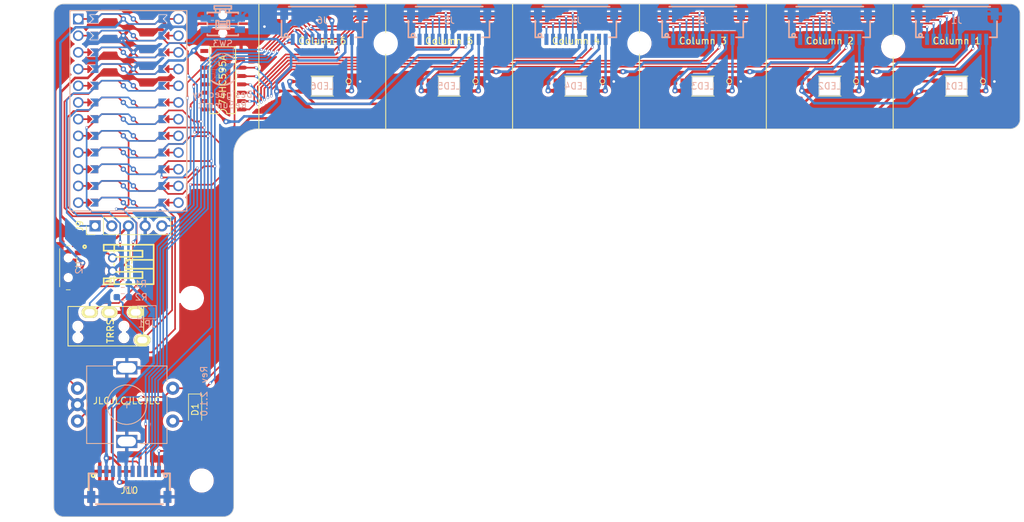
<source format=kicad_pcb>
(kicad_pcb (version 20240108) (generator "pcbnew") (generator_version "8.0")
  (layers (0 "F.Cu" signal) (31 "B.Cu" signal) (34 "B.Paste" user) (35 "F.Paste" user) (36 "B.SilkS" user "B.Silkscreen") (37 "F.SilkS" user "F.Silkscreen") (38 "B.Mask" user) (39 "F.Mask" user) (44 "Edge.Cuts" user))
  (net 0 "")
  (net 1 "GND")
  (net 2 "/Row1")
  (net 3 "/Row2")
  (net 4 "/Row3")
  (net 5 "/Row4")
  (net 6 "/V+")
  (net 7 "SCL")
  (net 8 "SDA")
  (net 9 "/RGB_In1")
  (net 10 "/Col_In1")
  (net 11 "/Col_In2")
  (net 12 "/Col_In3")
  (net 13 "/Col_In4")
  (net 14 "/Col_In5")
  (net 15 "/Col_In6")
  (net 16 "/V_bat")
  (net 17 "RESET")
  (net 18 "ENCA")
  (net 19 "ENCB")
  (net 20 "/RGB_Out1")
  (net 21 "/RGB_In2")
  (net 22 "/RGB_Out2")
  (net 23 "/RGB_In3")
  (net 24 "/RGB_Out3")
  (net 25 "/RGB_In4")
  (net 26 "/RGB_Out4")
  (net 27 "/RGB_In5")
  (net 28 "/RGB_Out5")
  (net 29 "/RGB_In6")
  (net 30 "/RGB_Out6")
  (net 31 "Net-(JP1-A)")
  (net 32 "/RGB_In7")
  (net 33 "CS_KEYS")
  (net 34 "Net-(D1-A)")
  (net 35 "CS")
  (net 36 "/Col_InT")
  (net 37 "/RGB_Out7")
  (net 38 "/Row5")
  (net 40 "SCLK")
  (net 41 "MOSI")
  (net 43 "RX")
  (net 44 "TX")
  (net 45 "IOB5")
  (net 46 "IOB3")
  (net 47 "/V_conn")
  (footprint "Seismos-libs:Hole_M3_3.2mm" (layer "F.Cu") (at 51 64.75)
    (property "Reference" "")
    (property "Value" "Hole_M3_3.2mm")
  )
  (footprint "Seismos-libs:RotaryEncoder_Alps_EC11E-Switch_Vertical_H20mm-keebio_modified" (layer "F.Cu") (at 41.11 80.96)
    (property "Reference" "SW1" (hide yes))
    (property "Value" "RotaryEncoder_Switch")
  )
  (footprint "Seismos-libs:MJ-4PP-9" (layer "F.Cu") (at 32.17 69.025 90)
    (property "Reference" "J8")
    (property "Value" "MJ-4PP-9-Lily58" (hide yes))
  )
  (footprint "Seismos-libs:SK6812-E" (layer "F.Cu") (at 70.85 32.5 180)
    (property "Reference" "LED6")
    (property "Value" "SK6812-E")
    (fp_rect (start 1.6256 -1.4224) (end -1.5748 1.4224) (stroke (width 0.12)) (fill none) (layer "Edge.Cuts"))
  )
  (footprint "Seismos-libs:SK6812-E" (layer "F.Cu") (at 167.35 32.5 180)
    (property "Reference" "LED1")
    (property "Value" "SK6812-E" (hide yes))
    (fp_rect (start 1.6256 -1.4224) (end -1.5748 1.4224) (stroke (width 0.12)) (fill none) (layer "Edge.Cuts"))
  )
  (footprint "Seismos-libs:SK6812-E" (layer "F.Cu") (at 128.75 32.5 180)
    (property "Reference" "LED3")
    (property "Value" "SK6812-E")
    (fp_rect (start 1.6256 -1.4224) (end -1.5748 1.4224) (stroke (width 0.12)) (fill none) (layer "Edge.Cuts"))
  )
  (footprint "Seismos-libs:SK6812-E" (layer "F.Cu") (at 109.45 32.5 180)
    (property "Reference" "LED4")
    (property "Value" "SK6812-E")
    (fp_rect (start 1.6256 -1.4224) (end -1.5748 1.4224) (stroke (width 0.12)) (fill none) (layer "Edge.Cuts"))
  )
  (footprint "Connector_PinHeader_2.54mm:PinHeader_1x05_P2.54mm_Vertical" (layer "F.Cu") (at 36.284 53.766 90)
    (property "Reference" "J9")
    (property "Value" "Conn_01x05_Pin")
  )
  (footprint "Seismos-libs:SW_PCM12SMTR" (layer "F.Cu") (at 32.2 60.132 -90)
    (property "Reference" "U2")
    (property "Value" "MSK-12C02_SMD_SPDT_SWITCH")
  )
  (footprint "Seismos-libs:SO16" (layer "F.Cu") (at 55.7 31.6 90)
    (property "Reference" "IC1" (hide yes))
    (property "Value" "74HC595")
  )
  (footprint "Seismos-libs:CONN-TH_S2B-PH-K-S-GW" (layer "F.Cu") (at 38.9495 59.632 -90)
    (property "Reference" "U3")
    (property "Value" "S2B-PH-K-S-GW")
  )
  (footprint "Seismos-libs:Hole_M3_3.2mm" (layer "F.Cu") (at 80.5 26)
    (property "Reference" "")
    (property "Value" "Hole_M3_3.2mm")
  )
  (footprint "Seismos-libs:keebRev-onesided_ProMicro" (layer "F.Cu") (at 41.35 36.256 -90)
    (property "Reference" "U1" (hide yes))
    (property "Value" "ProMicro_Layout")
  )
  (footprint "Seismos-libs:CONN-SMD_10P-P1.00_SM10B-SRSS-TB-LF-SN" (layer "F.Cu") (at 41.5 95)
    (property "Reference" "J10")
    (property "Value" "SM10B-SRSS-TB_(LF)(SN)")
  )
  (footprint "Seismos-libs:SK6812-E" (layer "F.Cu") (at 148.05 32.5 180)
    (property "Reference" "LED2")
    (property "Value" "SK6812-E")
    (fp_rect (start 1.6256 -1.4224) (end -1.5748 1.4224) (stroke (width 0.12)) (fill none) (layer "Edge.Cuts"))
  )
  (footprint "Seismos-libs:Hole_M3_3.2mm" (layer "F.Cu") (at 157.7 26.5)
    (property "Reference" "")
    (property "Value" "Hole_M3_3.2mm")
  )
  (footprint "Seismos-libs:Hole_M3_3.2mm" (layer "F.Cu") (at 52.5 92.5 180)
    (property "Reference" "")
    (property "Value" "Hole_M3_3.2mm")
  )
  (footprint "Seismos-libs:Hole_M3_3.2mm" (layer "F.Cu") (at 119.1 26)
    (property "Reference" "")
    (property "Value" "Hole_M3_3.2mm")
  )
  (footprint "Diode_SMD:D_SOD-123" (layer "F.Cu") (at 51.5 81.7 -90)
    (property "Reference" "D1")
    (property "Value" "1N4148W")
  )
  (footprint "Seismos-libs:SK6812-E" (layer "F.Cu") (at 90.15 32.5 180)
    (property "Reference" "LED5")
    (property "Value" "SK6812-E")
    (fp_rect (start 1.6256 -1.4224) (end -1.5748 1.4224) (stroke (width 0.12)) (fill none) (layer "Edge.Cuts"))
  )
  (footprint "Seismos-libs:CONN-SMD_10P-P1.00_SM10B-SRSS-TB-LF-SN" (layer "B.Cu") (at 70.85 21.5)
    (property "Reference" "J6")
    (property "Value" "SM010B-SRSS-TB(LF)(SN)")
  )
  (footprint "Resistor_SMD:R_0603_1608Metric_Pad0.98x0.95mm_HandSolder" (layer "B.Cu") (at 40.5 64.6 180)
    (property "Reference" "R2")
    (property "Value" "R")
  )
  (footprint "Jumper:SolderJumper-2_P1.3mm_Open_TrianglePad1.0x1.5mm" (layer "B.Cu") (at 44.175 66.9)
    (property "Reference" "JP1")
    (property "Value" "Jumper_2_Open")
  )
  (footprint "Seismos-libs:CONN-SMD_10P-P1.00_SM10B-SRSS-TB-LF-SN" (layer "B.Cu") (at 90.15 21.5)
    (property "Reference" "J5")
    (property "Value" "SM010B-SRSS-TB(LF)(SN)")
  )
  (footprint "Resistor_SMD:R_0603_1608Metric_Pad0.98x0.95mm_HandSolder" (layer "B.Cu") (at 40.5 62.6 180)
    (property "Reference" "R1")
    (property "Value" "R")
  )
  (footprint "Seismos-libs:SW-SMD_EVQPUD02K" (layer "B.Cu") (at 55.7125 23.0495 90)
    (property "Reference" "SW3")
    (property "Value" "EVQPUC02K")
  )
  (footprint "Seismos-libs:CONN-SMD_10P-P1.00_SM10B-SRSS-TB-LF-SN" (layer "B.Cu") (at 41.5 95 180)
    (property "Reference" "J7")
    (property "Value" "SM09B-SRSS-TB(LF)(SN)")
  )
  (footprint "Seismos-libs:CONN-SMD_10P-P1.00_SM10B-SRSS-TB-LF-SN" (layer "B.Cu") (at 167.35 21.5)
    (property "Reference" "J1")
    (property "Value" "SM010B-SRSS-TB(LF)(SN)")
  )
  (footprint "Seismos-libs:ReSummit_Logo" (layer "B.Cu") (at 55.7 29.975 180)
    (property "Reference" "G***" (hide yes))
    (property "Value" "LOGO" (hide yes))
  )
  (footprint "Seismos-libs:CONN-SMD_10P-P1.00_SM10B-SRSS-TB-LF-SN" (layer "B.Cu") (at 128.75 21.5)
    (property "Reference" "J3")
    (property "Value" "SM010B-SRSS-TB(LF)(SN)")
  )
  (footprint "Seismos-libs:CONN-SMD_10P-P1.00_SM10B-SRSS-TB-LF-SN" (layer "B.Cu") (at 109.45 21.5)
    (property "Reference" "J4")
    (property "Value" "SM010B-SRSS-TB(LF)(SN)")
  )
  (footprint "Seismos-libs:CONN-SMD_10P-P1.00_SM10B-SRSS-TB-LF-SN" (layer "B.Cu") (at 148.05 21.5)
    (property "Reference" "J2")
    (property "Value" "SM010B-SRSS-TB(LF)(SN)")
  )
  (gr_line (start 61.2 20) (end 61.2 39) (stroke (width 0.15)) (layer "F.SilkS"))
  (gr_line (start 80.5 20) (end 80.5 39) (stroke (width 0.15)) (layer "F.SilkS"))
  (gr_line (start 119.1 20) (end 119.1 39) (stroke (width 0.15)) (layer "F.SilkS"))
  (gr_line (start 99.8 20) (end 99.8 39) (stroke (width 0.15)) (layer "F.SilkS"))
  (gr_line (start 157.7 20) (end 157.7 39) (stroke (width 0.15)) (layer "F.SilkS"))
  (gr_line (start 138.4 20) (end 138.4 39) (stroke (width 0.15)) (layer "F.SilkS"))
  (gr_line (start 57.366 96.5) (end 57.366 42.81) (stroke (width 0.1)) (layer "Edge.Cuts"))
  (gr_line (start 55.866 98) (end 31.5 98) (stroke (width 0.1)) (layer "Edge.Cuts"))
  (gr_line (start 30 96.5) (end 30 21.5) (stroke (width 0.1)) (layer "Edge.Cuts"))
  (gr_arc (start 30 21.5) (mid 30.43934 20.43934) (end 31.5 20) (stroke (width 0.1)) (layer "Edge.Cuts"))
  (gr_arc (start 57.366 96.5) (mid 56.92666 97.56066) (end 55.866 98) (stroke (width 0.1)) (layer "Edge.Cuts"))
  (gr_line (start 175.5 39) (end 61.176 39) (stroke (width 0.1)) (layer "Edge.Cuts"))
  (gr_arc (start 177 37.5) (mid 176.56066 38.56066) (end 175.5 39) (stroke (width 0.1)) (layer "Edge.Cuts"))
  (gr_arc (start 175.5 20) (mid 176.56066 20.43934) (end 177 21.5) (stroke (width 0.1)) (layer "Edge.Cuts"))
  (gr_arc (start 31.5 98) (mid 30.43934 97.56066) (end 30 96.5) (stroke (width 0.1)) (layer "Edge.Cuts"))
  (gr_arc (start 57.366 42.81) (mid 58.481923 40.115923) (end 61.176 39) (stroke (width 0.1)) (layer "Edge.Cuts"))
  (gr_line (start 31.5 20) (end 175.5 20) (stroke (width 0.1)) (layer "Edge.Cuts"))
  (gr_line (start 177 21.5) (end 177 37.5) (stroke (width 0.1)) (layer "Edge.Cuts"))
  (gr_text "Rev. 2.1.0" (at 53.45 78.9 90) (layer "B.SilkS") (effects (font (size 1 1)) (justify bottom mirror)))
  (gr_text "Designed by\nReSummit" (at 55.675 35.95 0) (layer "B.SilkS") (effects (font (size 1 1)) (justify bottom mirror)))
  (gr_text "Column 4" (at 109.45 26.2 0) (layer "F.SilkS") (effects (font (size 1 1)) (justify bottom)))
  (gr_text "Column 5" (at 90.15 26.2 0) (layer "F.SilkS") (effects (font (size 1 1)) (justify bottom)))
  (gr_text "Column 2" (at 148.05 26.2 0) (layer "F.SilkS") (effects (font (size 1 1)) (justify bottom)))
  (gr_text "Column 3" (at 128.75 26.2 0) (layer "F.SilkS") (effects (font (size 1 1)) (justify bottom)))
  (gr_text "Column 1" (at 167.35 26.2 0) (layer "F.SilkS") (effects (font (size 1 1)) (justify bottom)))
  (gr_text "Column 6" (at 70.85 26.2 0) (layer "F.SilkS") (effects (font (size 1 1)) (justify bottom)))
  (gr_text "JLCJLCJLCJLC" (at 41.11 80.96 0) (layer "F.SilkS") (effects (font (size 1 1)) (justify bottom)))
  (segment (start 95.8507 31.7507) (end 92.6519 31.7507) (width 0.381) (layer "F.Cu") (net 1))
  (segment (start 76.5507 31.7507) (end 73.3519 31.7507) (width 0.381) (layer "F.Cu") (net 1))
  (segment (start 95.9 31.8) (end 95.8507 31.7507) (width 0.381) (layer "F.Cu") (net 1))
  (segment (start 134.4507 31.7507) (end 131.2519 31.7507) (width 0.381) (layer "F.Cu") (net 1))
  (segment (start 134.5 31.8) (end 134.4507 31.7507) (width 0.381) (layer "F.Cu") (net 1))
  (segment (start 153.7507 31.7507) (end 150.5519 31.7507) (width 0.381) (layer "F.Cu") (net 1))
  (segment (start 115.1507 31.7507) (end 111.9519 31.7507) (width 0.381) (layer "F.Cu") (net 1))
  (segment (start 115.2 31.8) (end 115.1507 31.7507) (width 0.381) (layer "F.Cu") (net 1))
  (segment (start 76.6 31.8) (end 76.5507 31.7507) (width 0.381) (layer "F.Cu") (net 1))
  (segment (start 173.1 31.8) (end 173.0507 31.7507) (width 0.381) (layer "F.Cu") (net 1))
  (segment (start 173.0507 31.7507) (end 169.8519 31.7507) (width 0.381) (layer "F.Cu") (net 1))
  (segment (start 153.8 31.8) (end 153.7507 31.7507) (width 0.381) (layer "F.Cu") (net 1))
  (via (at 95.9 31.8) (size 0.8) (drill 0.4) (layers "F.Cu" "B.Cu") (net 1))
  (via (at 173.1 31.8) (size 0.8) (drill 0.4) (layers "F.Cu" "B.Cu") (net 1))
  (via (at 62.05 23.45) (size 0.8) (drill 0.4) (layers "F.Cu" "B.Cu") (net 1))
  (via (at 55.7 29.975) (size 0.8) (drill 0.4) (layers "F.Cu" "B.Cu") (net 1))
  (via (at 70.05 22.5) (size 0.8) (drill 0.4) (layers "F.Cu" "B.Cu") (net 1))
  (via (at 153.8 31.8) (size 0.8) (drill 0.4) (layers "F.Cu" "B.Cu") (net 1))
  (via (at 115.2 31.8) (size 0.8) (drill 0.4) (layers "F.Cu" "B.Cu") (net 1))
  (via (at 76.6 31.8) (size 0.8) (drill 0.4) (layers "F.Cu" "B.Cu") (net 1))
  (via (at 134.5 31.8) (size 0.8) (drill 0.4) (layers "F.Cu" "B.Cu") (net 1))
  (segment (start 51.8005 22.1995) (end 50.5235 23.4765) (width 0.381) (layer "B.Cu") (net 1))
  (segment (start 50.5235 23.4765) (end 47.5255 23.4765) (width 0.381) (layer "B.Cu") (net 1))
  (segment (start 167.85 25.385) (end 167.85 24.535) (width 0.381) (layer "B.Cu") (net 1))
  (segment (start 53.6125 22.6995) (end 53.1125 22.1995) (width 0.381) (layer "B.Cu") (net 1))
  (segment (start 59.712 20.8) (end 152.85 20.8) (width 0.381) (layer "B.Cu") (net 1))
  (segment (start 153.8 31.8) (end 153.85 31.75) (width 0.381) (layer "B.Cu") (net 1))
  (segment (start 115.2 31.8) (end 115.25 31.75) (width 0.381) (layer "B.Cu") (net 1))
  (segment (start 38.9 95) (end 46.8 95) (width 0.381) (layer "B.Cu") (net 1))
  (segment (start 40.588 25.842) (end 42.112 27.366) (width 0.381) (layer "B.Cu") (net 1))
  (segment (start 115.25 31.75) (end 115.25 21.51) (width 0.381) (layer "B.Cu") (net 1))
  (segment (start 76.65 31.75) (end 76.65 21.51) (width 0.381) (layer "B.Cu") (net 1))
  (segment (start 35.71 95) (end 35.7 94.99) (width 0.381) (layer "B.Cu") (net 1))
  (segment (start 71.35 23.8) (end 70.05 22.5) (width 0.381) (layer "B.Cu") (net 1))
  (segment (start 40.588 24.826) (end 40.588 25.842) (width 0.381) (layer "B.Cu") (net 1))
  (segment (start 51.8005 22.1995) (end 53.1125 22.1995) (width 0.381) (layer "B.Cu") (net 1))
  (segment (start 167.85 24.535) (end 171.585 20.8) (width 0.381) (layer "B.Cu") (net 1))
  (segment (start 171.585 20.8) (end 172.15 20.8) (width 0.381) (layer "B.Cu") (net 1))
  (segment (start 132.985 20.8) (end 133.55 20.8) (width 0.381) (layer "B.Cu") (net 1))
  (segment (start 134.5 31.8) (end 134.55 31.75) (width 0.381) (layer "B.Cu") (net 1))
  (segment (start 148.55 24.535) (end 152.285 20.8) (width 0.381) (layer "B.Cu") (net 1))
  (segment (start 58.3125 22.1995) (end 59.712 20.8) (width 0.381) (layer "B.Cu") (net 1))
  (segment (start 41 91.115) (end 41 93.35) (width 0.381) (layer "B.Cu") (net 1))
  (segment (start 109.95 25.385) (end 109.95 24.535) (width 0.381) (layer "B.Cu") (net 1))
  (segment (start 113.685 20.8) (end 114.25 20.8) (width 0.381) (layer "B.Cu") (net 1))
  (segment (start 129.25 24.535) (end 132.985 20.8) (width 0.381) (layer "B.Cu") (net 1))
  (segment (start 90.65 25.385) (end 90.65 24.535) (width 0.381) (layer "B.Cu") (net 1))
  (segment (start 41 93.35) (end 39.35 95) (width 0.381) (layer "B.Cu") (net 1))
  (segment (start 152.85 20.8) (end 172.44 20.8) (width 0.381) (layer "B.Cu") (net 1))
  (segment (start 172.44 20.8) (end 173.15 21.51) (width 0.381) (layer "B.Cu") (net 1))
  (segment (start 148.55 25.385) (end 148.55 24.535) (width 0.381) (layer "B.Cu") (net 1))
  (segment (start 153.85 31.75) (end 153.85 21.51) (width 0.381) (layer "B.Cu") (net 1))
  (segment (start 95.95 31.75) (end 95.95 21.51) (width 0.381) (layer "B.Cu") (net 1))
  (segment (start 94.385 20.8) (end 94.95 20.8) (width 0.381) (layer "B.Cu") (net 1))
  (segment (start 152.285 20.8) (end 152.85 20.8) (width 0.381) (layer "B.Cu") (net 1))
  (segment (start 76.6 31.8) (end 76.65 31.75) (width 0.381) (layer "B.Cu") (net 1))
  (segment (start 58.6095 22.54) (end 58.95 22.1995) (width 0.381) (layer "B.Cu") (net 1))
  (segment (start 134.55 31.75) (end 134.55 21.51) (width 0.381) (layer "B.Cu") (net 1))
  (segment (start 173.15 31.75) (end 173.15 21.51) (width 0.381) (layer "B.Cu") (net 1))
  (segment (start 36.524 27.366) (end 36.524 29.906) (width 0.381) (layer "B.Cu") (net 1))
  (segment (start 38.9 95) (end 35.71 95) (width 0.381) (layer "B.Cu") (net 1))
  (segment (start 57.8125 22.6995) (end 53.6125 22.6995) (width 0.381) (layer "B.Cu") (net 1))
  (segment (start 58.3125 22.1995) (end 57.8125 22.6995) (width 0.381) (layer "B.Cu") (net 1))
  (segment (start 90.65 24.535) (end 94.385 20.8) (width 0.381) (layer "B.Cu") (net 1))
  (segment (start 71.35 25.385) (end 71.35 23.8) (width 0.381) (layer "B.Cu") (net 1))
  (segment (start 129.25 25.385) (end 129.25 24.535) (width 0.381) (layer "B.Cu") (net 1))
  (segment (start 173.1 31.8) (end 173.15 31.75) (width 0.381) (layer "B.Cu") (net 1))
  (segment (start 39.35 95) (end 38.9 95) (width 0.381) (layer "B.Cu") (net 1))
  (segment (start 47.5255 23.4765) (end 46.176 24.826) (width 0.381) (layer "B.Cu") (net 1))
  (segment (start 95.9 31.8) (end 95.95 31.75) (width 0.381) (layer "B.Cu") (net 1))
  (segment (start 109.95 24.535) (end 113.685 20.8) (width 0.381) (layer "B.Cu") (net 1))
  (segment (start 68.262068 22.533516) (end 69.125552 23.397) (width 0.254) (layer "F.Cu") (net 2))
  (segment (start 69.125552 23.397) (end 69.127368 23.395184) (width 0.254) (layer "F.Cu") (net 2))
  (segment (start 73.736608 23.395184) (end 75.741792 21.39) (width 0.254) (layer "F.Cu") (net 2))
  (segment (start 69.127368 23.395184) (end 73.736608 23.395184) (width 0.254) (layer "F.Cu") (net 2))
  (segment (start 66.020983 22.533516) (end 68.262068 22.533516) (width 0.254) (layer "F.Cu") (net 2))
  (segment (start 52.400484 37.880205) (end 51.280205 37.880205) (width 0.254) (layer "F.Cu") (net 2))
  (segment (start 61.601491 26.95301) (end 66.020983 22.533516) (width 0.254) (layer "F.Cu") (net 2))
  (segment (start 49.6 36.2) (end 47.502 36.2) (width 0.254) (layer "F.Cu") (net 2))
  (segment (start 166.85 21.39) (end 147.55 21.39) (width 0.254) (layer "F.Cu") (net 2))
  (segment (start 47.502 36.2) (end 46.176 37.526) (width 0.254) (layer "F.Cu") (net 2))
  (segment (start 108.95 21.39) (end 89.65 21.39) (width 0.254) (layer "F.Cu") (net 2))
  (segment (start 75.741792 21.39) (end 89.65 21.39) (width 0.254) (layer "F.Cu") (net 2))
  (segment (start 51.280205 37.880205) (end 49.6 36.2) (width 0.254) (layer "F.Cu") (net 2))
  (segment (start 147.55 21.39) (end 128.25 21.39) (width 0.254) (layer "F.Cu") (net 2))
  (segment (start 128.25 21.39) (end 108.95 21.39) (width 0.254) (layer "F.Cu") (net 2))
  (via (at 108.95 21.39) (size 0.4) (drill 0.3) (layers "F.Cu" "B.Cu") (net 2))
  (via (at 147.55 21.39) (size 0.4) (drill 0.3) (layers "F.Cu" "B.Cu") (net 2))
  (via (at 61.601491 26.95301) (size 0.4) (drill 0.3) (layers "F.Cu" "B.Cu") (net 2))
  (via (at 52.400484 37.880205) (size 0.4) (drill 0.3) (layers "F.Cu" "B.Cu") (net 2))
  (via (at 69.125552 23.397) (size 0.4) (drill 0.3) (layers "F.Cu" "B.Cu") (net 2))
  (via (at 89.65 21.39) (size 0.4) (drill 0.3) (layers "F.Cu" "B.Cu") (net 2))
  (via (at 166.85 21.39) (size 0.4) (drill 0.3) (layers "F.Cu" "B.Cu") (net 2))
  (via (at 128.25 21.39) (size 0.4) (drill 0.3) (layers "F.Cu" "B.Cu") (net 2))
  (segment (start 42 89.25) (end 42 91.115) (width 0.254) (layer "B.Cu") (net 2))
  (segment (start 147.55 25.385) (end 147.55 21.39) (width 0.254) (layer "B.Cu") (net 2))
  (segment (start 44.5 86.75) (end 42 89.25) (width 0.254) (layer "B.Cu") (net 2))
  (segment (start 108.95 25.385) (end 108.95 21.39) (width 0.254) (layer "B.Cu") (net 2))
  (segment (start 44.5 76.724908) (end 44.5 86.75) (width 0.254) (layer "B.Cu") (net 2))
  (segment (start 128.25 25.385) (end 128.25 21.39) (width 0.254) (layer "B.Cu") (net 2))
  (segment (start 52.4 29.4) (end 52.4 50.938239) (width 0.254) (layer "B.Cu") (net 2))
  (segment (start 61.601491 26.95301) (end 54.84699 26.95301) (width 0.254) (layer "B.Cu") (net 2))
  (segment (start 54.84699 26.95301) (end 52.4 29.4) (width 0.254) (layer "B.Cu") (net 2))
  (segment (start 70.35 24.621448) (end 70.35 25.385) (width 0.254) (layer "B.Cu") (net 2))
  (segment (start 89.65 25.385) (end 89.65 21.39) (width 0.254) (layer "B.Cu") (net 2))
  (segment (start 46.2 75.024908) (end 44.5 76.724908) (width 0.254) (layer "B.Cu") (net 2))
  (segment (start 166.85 25.385) (end 166.85 21.39) (width 0.254) (layer "B.Cu") (net 2))
  (segment (start 69.125552 23.397) (end 70.35 24.621448) (width 0.254) (layer "B.Cu") (net 2))
  (segment (start 52.4 50.938239) (end 46.2 57.138239) (width 0.254) (layer "B.Cu") (net 2))
  (segment (start 46.2 57.138239) (end 46.2 75.024908) (width 0.254) (layer "B.Cu") (net 2))
  (segment (start 75.857344 21.9165) (end 88.65 21.9165) (width 0.254) (layer "F.Cu") (net 3))
  (segment (start 146.55 21.9165) (end 165.85 21.9165) (width 0.254) (layer "F.Cu") (net 3))
  (segment (start 62.200994 26.995559) (end 66.209036 22.987516) (width 0.254) (layer "F.Cu") (net 3))
  (segment (start 62.212227 27.086858) (end 62.200994 27.075625) (width 0.254) (layer "F.Cu") (net 3))
  (segment (start 66.209036 22.987516) (end 67.890516 22.987516) (width 0.254) (layer "F.Cu") (net 3))
  (segment (start 107.95 21.9165) (end 127.25 21.9165) (width 0.254) (layer "F.Cu") (net 3))
  (segment (start 68.5515 23.6485) (end 68.8265 23.9235) (width 0.254) (layer "F.Cu") (net 3))
  (segment (start 62.200994 27.075625) (end 62.200994 26.995559) (width 0.254) (layer "F.Cu") (net 3))
  (segment (start 68.8265 23.9235) (end 73.850344 23.9235) (width 0.254) (layer "F.Cu") (net 3))
  (segment (start 73.850344 23.9235) (end 75.857344 21.9165) (width 0.254) (layer "F.Cu") (net 3))
  (segment (start 67.890516 22.987516) (end 68.5515 23.6485) (width 0.254) (layer "F.Cu") (net 3))
  (segment (start 127.25 21.9165) (end 146.55 21.9165) (width 0.254) (layer "F.Cu") (net 3))
  (segment (start 47.442 38.8) (end 46.176 40.066) (width 0.254) (layer "F.Cu") (net 3))
  (segment (start 52.9265 38.8) (end 47.442 38.8) (width 0.254) (layer "F.Cu") (net 3))
  (segment (start 88.65 21.9165) (end 107.95 21.9165) (width 0.254) (layer "F.Cu") (net 3))
  (via (at 107.95 21.9165) (size 0.4) (drill 0.3) (layers "F.Cu" "B.Cu") (net 3))
  (via (at 62.212227 27.086858) (size 0.4) (drill 0.3) (layers "F.Cu" "B.Cu") (net 3))
  (via (at 68.5515 23.6485) (size 0.4) (drill 0.3) (layers "F.Cu" "B.Cu") (net 3))
  (via (at 88.65 21.9165) (size 0.4) (drill 0.3) (layers "F.Cu" "B.Cu") (net 3))
  (via (at 127.25 21.9165) (size 0.4) (drill 0.3) (layers "F.Cu" "B.Cu") (net 3))
  (via (at 165.85 21.9165) (size 0.4) (drill 0.3) (layers "F.Cu" "B.Cu") (net 3))
  (via (at 52.9265 38.8) (size 0.4) (drill 0.3) (layers "F.Cu" "B.Cu") (net 3))
  (via (at 146.55 21.9165) (size 0.4) (drill 0.3) (layers "F.Cu" "B.Cu") (net 3))
  (segment (start 44.954 76.91296) (end 44.954 86.938052) (width 0.254) (layer "B.Cu") (net 3))
  (segment (start 146.55 25.385) (end 146.55 21.9165) (width 0.254) (layer "B.Cu") (net 3))
  (segment (start 68.5515 23.6485) (end 69.35 24.447) (width 0.254) (layer "B.Cu") (net 3))
  (segment (start 61.819075 27.48001) (end 54.962042 27.48001) (width 0.254) (layer "B.Cu") (net 3))
  (segment (start 52.9265 51.053791) (end 46.654 57.326291) (width 0.254) (layer "B.Cu") (net 3))
  (segment (start 44.954 86.938052) (end 43 88.892052) (width 0.254) (layer "B.Cu") (net 3))
  (segment (start 46.654 57.326291) (end 46.654 75.21296) (width 0.254) (layer "B.Cu") (net 3))
  (segment (start 88.65 25.385) (end 88.65 21.9165) (width 0.254) (layer "B.Cu") (net 3))
  (segment (start 165.85 25.385) (end 165.85 21.9165) (width 0.254) (layer "B.Cu") (net 3))
  (segment (start 46.654 75.21296) (end 44.954 76.91296) (width 0.254) (layer "B.Cu") (net 3))
  (segment (start 43 88.892052) (end 43 91.115) (width 0.254) (layer "B.Cu") (net 3))
  (segment (start 69.35 24.447) (end 69.35 25.385) (width 0.254) (layer "B.Cu") (net 3))
  (segment (start 107.95 25.385) (end 107.95 21.9165) (width 0.254) (layer "B.Cu") (net 3))
  (segment (start 127.25 25.385) (end 127.25 21.9165) (width 0.254) (layer "B.Cu") (net 3))
  (segment (start 54.962042 27.48001) (end 52.9265 29.515552) (width 0.254) (layer "B.Cu") (net 3))
  (segment (start 52.9265 29.515552) (end 52.9265 51.053791) (width 0.254) (layer "B.Cu") (net 3))
  (segment (start 62.212227 27.086858) (end 61.819075 27.48001) (width 0.254) (layer "B.Cu") (net 3))
  (segment (start 67.489754 23.441516) (end 67.999119 23.950881) (width 0.254) (layer "F.Cu") (net 4))
  (segment (start 53.453 40.115819) (end 50.8 40.115819) (width 0.254) (layer "F.Cu") (net 4))
  (segment (start 75.972896 22.443) (end 87.65 22.443) (width 0.254) (layer "F.Cu") (net 4))
  (segment (start 62.800497 27.038107) (end 66.397088 23.441516) (width 0.254) (layer "F.Cu") (net 4))
  (segment (start 69.348238 25.3) (end 73.115896 25.3) (width 0.254) (layer "F.Cu") (net 4))
  (segment (start 145.55 22.443) (end 126.25 22.443) (width 0.254) (layer "F.Cu") (net 4))
  (segment (start 49.615819 41.3) (end 47.482 41.3) (width 0.254) (layer "F.Cu") (net 4))
  (segment (start 67.999119 23.950881) (end 69.348238 25.3) (width 0.254) (layer "F.Cu") (net 4))
  (segment (start 73.115896 25.3) (end 75.972896 22.443) (width 0.254) (layer "F.Cu") (net 4))
  (segment (start 66.397088 23.441516) (end 67.489754 23.441516) (width 0.254) (layer "F.Cu") (net 4))
  (segment (start 126.25 22.443) (end 106.95 22.443) (width 0.254) (layer "F.Cu") (net 4))
  (segment (start 164.85 22.443) (end 145.55 22.443) (width 0.254) (layer "F.Cu") (net 4))
  (segment (start 47.482 41.3) (end 46.176 42.606) (width 0.254) (layer "F.Cu") (net 4))
  (segment (start 62.800497 27.2) (end 62.800497 27.038107) (width 0.254) (layer "F.Cu") (net 4))
  (segment (start 50.8 40.115819) (end 49.615819 41.3) (width 0.254) (layer "F.Cu") (net 4))
  (segment (start 106.95 22.443) (end 87.65 22.443) (width 0.254) (layer "F.Cu") (net 4))
  (via (at 62.800497 27.2) (size 0.4) (drill 0.3) (layers "F.Cu" "B.Cu") (net 4))
  (via (at 164.85 22.443) (size 0.4) (drill 0.3) (layers "F.Cu" "B.Cu") (net 4))
  (via (at 53.453 40.115819) (size 0.4) (drill 0.3) (layers "F.Cu" "B.Cu") (net 4))
  (via (at 106.95 22.443) (size 0.4) (drill 0.3) (layers "F.Cu" "B.Cu") (net 4))
  (via (at 145.55 22.443) (size 0.4) (drill 0.3) (layers "F.Cu" "B.Cu") (net 4))
  (via (at 126.25 22.443) (size 0.4) (drill 0.3) (layers "F.Cu" "B.Cu") (net 4))
  (via (at 87.65 22.443) (size 0.4) (drill 0.3) (layers "F.Cu" "B.Cu") (net 4))
  (via (at 67.999119 23.950881) (size 0.4) (drill 0.3) (layers "F.Cu" "B.Cu") (net 4))
  (segment (start 55.150094 27.93401) (end 62.169118 27.93401) (width 0.254) (layer "B.Cu") (net 4))
  (segment (start 53.453 40.115819) (end 53.453 29.631104) (width 0.254) (layer "B.Cu") (net 4))
  (segment (start 87.65 25.385) (end 87.65 22.443) (width 0.254) (layer "B.Cu") (net 4))
  (segment (start 53.453 51.169343) (end 47.2 57.422343) (width 0.254) (layer "B.Cu") (net 4))
  (segment (start 53.453 29.631104) (end 55.150094 27.93401) (width 0.254) (layer "B.Cu") (net 4))
  (segment (start 164.85 25.385) (end 164.85 22.443) (width 0.254) (layer "B.Cu") (net 4))
  (segment (start 106.95 25.385) (end 106.95 22.443) (width 0.254) (layer "B.Cu") (net 4))
  (segment (start 47.2 57.422343) (end 47.2 75.309012) (width 0.254) (layer "B.Cu") (net 4))
  (segment (start 44 88.534104) (end 44 91.115) (width 0.254) (layer "B.Cu") (net 4))
  (segment (start 126.25 25.385) (end 126.25 22.443) (width 0.254) (layer "B.Cu") (net 4))
  (segment (start 45.408 87.126104) (end 44 88.534104) (width 0.254) (layer "B.Cu") (net 4))
  (segment (start 68.35 24.301762) (end 68.35 25.385) (width 0.254) (layer "B.Cu") (net 4))
  (segment (start 53.453 40.115819) (end 53.453 51.169343) (width 0.254) (layer "B.Cu") (net 4))
  (segment (start 45.408 77.101012) (end 45.408 87.126104) (width 0.254) (layer "B.Cu") (net 4))
  (segment (start 67.999119 23.950881) (end 68.35 24.301762) (width 0.254) (layer "B.Cu") (net 4))
  (segment (start 62.169118 27.93401) (end 62.800497 27.302631) (width 0.254) (layer "B.Cu") (net 4))
  (segment (start 47.2 75.309012) (end 45.408 77.101012) (width 0.254) (layer "B.Cu") (net 4))
  (segment (start 145.55 25.385) (end 145.55 22.443) (width 0.254) (layer "B.Cu") (net 4))
  (segment (start 62.800497 27.302631) (end 62.800497 27.2) (width 0.254) (layer "B.Cu") (net 4))
  (segment (start 66.614674 23.968516) (end 67.268516 23.968516) (width 0.254) (layer "F.Cu") (net 5))
  (segment (start 69.054 25.754) (end 73.303949 25.754) (width 0.254) (layer "F.Cu") (net 5))
  (segment (start 73.303949 25.754) (end 76.088448 22.9695) (width 0.254) (layer "F.Cu") (net 5))
  (segment (start 47.422 43.9) (end 46.176 45.146) (width 0.254) (layer "F.Cu") (net 5))
  (segment (start 63.4 27.327628) (end 63.4 27.080657) (width 0.254) (layer "F.Cu") (net 5))
  (segment (start 105.95 22.9695) (end 125.25 22.9695) (width 0.254) (layer "F.Cu") (net 5))
  (segment (start 66.512141 23.968516) (end 66.614674 23.968516) (width 0.254) (layer "F.Cu") (net 5))
  (segment (start 76.088448 22.9695) (end 86.65 22.9695) (width 0.254) (layer "F.Cu") (net 5))
  (segment (start 53.9795 43.9) (end 47.422 43.9) (width 0.254) (layer "F.Cu") (net 5))
  (segment (start 67.268516 23.968516) (end 69.054 25.754) (width 0.254) (layer "F.Cu") (net 5))
  (segment (start 125.25 22.9695) (end 144.55 22.9695) (width 0.254) (layer "F.Cu") (net 5))
  (segment (start 63.4 27.080657) (end 66.512141 23.968516) (width 0.254) (layer "F.Cu") (net 5))
  (segment (start 144.55 22.9695) (end 163.85 22.9695) (width 0.254) (layer "F.Cu") (net 5))
  (segment (start 86.65 22.9695) (end 105.95 22.9695) (width 0.254) (layer "F.Cu") (net 5))
  (segment (start 63.382057 27.345571) (end 63.4 27.327628) (width 0.254) (layer "F.Cu") (net 5))
  (via (at 53.9795 43.9) (size 0.4) (drill 0.3) (layers "F.Cu" "B.Cu") (net 5))
  (via (at 144.55 22.9695) (size 0.4) (drill 0.3) (layers "F.Cu" "B.Cu") (net 5))
  (via (at 63.382057 27.345571) (size 0.4) (drill 0.3) (layers "F.Cu" "B.Cu") (net 5))
  (via (at 66.614674 23.968516) (size 0.4) (drill 0.3) (layers "F.Cu" "B.Cu") (net 5))
  (via (at 125.25 22.9695) (size 0.4) (drill 0.3) (layers "F.Cu" "B.Cu") (net 5))
  (via (at 163.85 22.9695) (size 0.4) (drill 0.3) (layers "F.Cu" "B.Cu") (net 5))
  (via (at 86.65 22.9695) (size 0.4) (drill 0.3) (layers "F.Cu" "B.Cu") (net 5))
  (via (at 105.95 22.9695) (size 0.4) (drill 0.3) (layers "F.Cu" "B.Cu") (net 5))
  (segment (start 62.35717 28.38801) (end 55.338146 28.38801) (width 0.254) (layer "B.Cu") (net 5))
  (segment (start 63.382057 27.363123) (end 62.35717 28.38801) (width 0.254) (layer "B.Cu") (net 5))
  (segment (start 144.55 25.386) (end 144.55 22.9695) (width 0.254) (layer "B.Cu") (net 5))
  (segment (start 45.875532 77.275532) (end 45.875532 87.300624) (width 0.254) (layer "B.Cu") (net 5))
  (segment (start 67.35 24.703842) (end 67.35 25.386) (width 0.254) (layer "B.Cu") (net 5))
  (segment (start 45 88.176156) (end 45 91.114) (width 0.254) (layer "B.Cu") (net 5))
  (segment (start 53.9795 69.171564) (end 45.875532 77.275532) (width 0.254) (layer "B.Cu") (net 5))
  (segment (start 163.85 25.386) (end 163.85 22.9695) (width 0.254) (layer "B.Cu") (net 5))
  (segment (start 86.65 25.386) (end 86.65 22.9695) (width 0.254) (layer "B.Cu") (net 5))
  (segment (start 53.9795 29.746656) (end 53.9795 43.9) (width 0.254) (layer "B.Cu") (net 5))
  (segment (start 55.338146 28.38801) (end 53.9795 29.746656) (width 0.254) (layer "B.Cu") (net 5))
  (segment (start 66.614674 23.968516) (end 67.35 24.703842) (width 0.254) (layer "B.Cu") (net 5))
  (segment (start 63.382057 27.345571) (end 63.382057 27.363123) (width 0.254) (layer "B.Cu") (net 5))
  (segment (start 53.9795 43.9) (end 53.9795 69.171564) (width 0.254) (layer "B.Cu") (net 5))
  (segment (start 125.25 25.386) (end 125.25 22.9695) (width 0.254) (layer "B.Cu") (net 5))
  (segment (start 105.95 25.386) (end 105.95 22.9695) (width 0.254) (layer "B.Cu") (net 5))
  (segment (start 45.875532 87.300624) (end 45 88.176156) (width 0.254) (layer "B.Cu") (net 5))
  (segment (start 89 35.2) (end 105.4 35.2) (width 0.381) (layer "F.Cu") (net 6))
  (segment (start 126.2481 33.2493) (end 126.2481 33.8481) (width 0.381) (layer "F.Cu") (net 6))
  (segment (start 126.1988 33.2) (end 126.2481 33.2493) (width 0.381) (layer "F.Cu") (net 6))
  (segment (start 87.5988 33.2) (end 87.6481 33.2493) (width 0.381) (layer "F.Cu") (net 6))
  (segment (start 31.1 52.2) (end 31.1 33.392378) (width 0.381) (layer "F.Cu") (net 6))
  (segment (start 86.1 35.2) (end 87.6481 33.6519) (width 0.381) (layer "F.Cu") (net 6))
  (segment (start 39.53 55.6) (end 34.5 55.6) (width 0.381) (layer "F.Cu") (net 6))
  (segment (start 126.2481 33.6519) (end 126.2481 33.2493) (width 0.381) (layer "F.Cu") (net 6))
  (segment (start 108.3 35.2) (end 124.7 35.2) (width 0.381) (layer "F.Cu") (net 6))
  (segment (start 41.215 91.115) (end 42 91.115) (width 0.381) (layer "F.Cu") (net 6))
  (segment (start 145.5481 33.6519) (end 145.5481 33.2493) (width 0.381) (layer "F.Cu") (net 6))
  (segment (start 68.3481 33.8481) (end 69.7 35.2) (width 0.381) (layer "F.Cu") (net 6))
  (segment (start 106.9481 33.8481) (end 108.3 35.2) (width 0.381) (layer "F.Cu") (net 6))
  (segment (start 40 91.115) (end 42 91.115) (width 0.381) (layer "F.Cu") (net 6))
  (segment (start 87.6481 33.2493) (end 87.6481 33.8481) (width 0.381) (layer "F.Cu") (net 6))
  (segment (start 40 90.184) (end 40 91.115) (width 0.381) (layer "F.Cu") (net 6))
  (segment (start 38 89.1) (end 38.916 89.1) (width 0.381) (layer "F.Cu") (net 6))
  (segment (start 105.2 33.2) (end 106.8988 33.2) (width 0.381) (layer "F.Cu") (net 6))
  (segment (start 31.1 33.392378) (end 33.236878 31.2555) (width 0.381) (layer "F.Cu") (net 6))
  (segment (start 106.9481 33.6519) (end 106.9481 33.2493) (width 0.381) (layer "F.Cu") (net 6))
  (segment (start 106.8988 33.2) (end 106.9481 33.2493) (width 0.381) (layer "F.Cu") (net 6))
  (segment (start 145.4988 33.2) (end 145.5481 33.2493) (width 0.381) (layer "F.Cu") (net 6))
  (segment (start 63.9507 33.2493) (end 68.3481 33.2493) (width 0.381) (layer "F.Cu") (net 6))
  (segment (start 85.9 33.2) (end 87.5988 33.2) (width 0.381) (layer "F.Cu") (net 6))
  (segment (start 68.3481 33.2493) (end 68.3481 33.8481) (width 0.381) (layer "F.Cu") (net 6))
  (segment (start 33.236878 31.2555) (end 35.1745 31.2555) (width 0.381) (layer "F.Cu") (net 6))
  (segment (start 54.345 36.045) (end 56.2 37.9) (width 0.381) (layer "F.Cu") (net 6))
  (segment (start 144 35.2) (end 145.5481 33.6519) (width 0.381) (layer "F.Cu") (net 6))
  (segment (start 127.6 35.2) (end 144 35.2) (width 0.381) (layer "F.Cu") (net 6))
  (segment (start 161.6 33.3) (end 161.6507 33.2493) (width 0.381) (layer "F.Cu") (net 6))
  (segment (start 38.916 89.1) (end 40 90.184) (width 0.381) (layer "F.Cu") (net 6))
  (segment (start 41 90.9) (end 41 91.115) (width 0.381) (layer "F.Cu") (net 6))
  (segment (start 143.8 33.2) (end 145.4988 33.2) (width 0.381) (layer "F.Cu") (net 6))
  (segment (start 34.5 55.6) (end 31.1 52.2) (width 0.381) (layer "F.Cu") (net 6))
  (segment (start 126.2481 33.8481) (end 127.6 35.2) (width 0.381) (layer "F.Cu") (net 6))
  (segment (start 52.625 28.425) (end 51.3 27.1) (width 0.381) (layer "F.Cu") (net 6))
  (segment (start 52.9 28.425) (end 52.625 28.425) (width 0.381) (layer "F.Cu") (net 6))
  (segment (start 69.7 35.2) (end 86.1 35.2) (width 0.381) (layer "F.Cu") (net 6))
  (segment (start 87.6481 33.8481) (end 89 35.2) (width 0.381) (layer "F.Cu") (net 6))
  (segment (start 35.1745 31.2555) (end 36.524 29.906) (width 0.381) (layer "F.Cu") (net 6))
  (segment (start 106.9481 33.2493) (end 106.9481 33.8481) (width 0.381) (layer "F.Cu") (net 6))
  (segment (start 161.6507 33.2493) (end 164.8481 33.2493) (width 0.381) (layer "F.Cu") (net 6))
  (segment (start 124.7 35.2) (end 126.2481 33.6519) (width 0.381) (layer "F.Cu") (net 6))
  (segment (start 87.6481 33.6519) (end 87.6481 33.2493) (width 0.381) (layer "F.Cu") (net 6))
  (segment (start 41.364 53.766) (end 39.53 55.6) (width 0.381) (layer "F.Cu") (net 6))
  (segment (start 63.9 33.3) (end 63.9507 33.2493) (width 0.381) (layer "F.Cu") (net 6))
  (segment (start 105.4 35.2) (end 106.9481 33.6519) (width 0.381) (layer "F.Cu") (net 6))
  (segment (start 124.5 33.2) (end 126.1988 33.2) (width 0.381) (layer "F.Cu") (net 6))
  (segment (start 52.9 36.045) (end 54.345 36.045) (width 0.381) (layer "F.Cu") (net 6))
  (via (at 85.9 33.2) (size 0.8) (drill 0.4) (layers "F.Cu" "B.Cu") (net 6))
  (via (at 38 89.1) (size 0.8) (drill 0.4) (layers "F.Cu" "B.Cu") (net 6))
  (via (at 63.9 33.3) (size 0.8) (drill 0.4) (layers "F.Cu" "B.Cu") (net 6))
  (via (at 161.6 33.3) (size 0.8) (drill 0.4) (layers "F.Cu" "B.Cu") (net 6))
  (via (at 51.3 27.1) (size 0.8) (drill 0.4) (layers "F.Cu" "B.Cu") (net 6))
  (via (at 124.5 33.2) (size 0.8) (drill 0.4) (layers "F.Cu" "B.Cu") (net 6))
  (via (at 56.2 37.9) (size 0.8) (drill 0.4) (layers "F.Cu" "B.Cu") (net 6))
  (via (at 143.8 33.2) (size 0.8) (drill 0.4) (layers "F.Cu" "B.Cu") (net 6))
  (via (at 105.2 33.2) (size 0.8) (drill 0.4) (layers "F.Cu" "B.Cu") (net 6))
  (segment (start 126.5 29.9) (end 129.2 29.9) (width 0.381) (layer "B.Cu") (net 6))
  (segment (start 105.2 33.2) (end 105.2 31.9) (width 0.381) (layer "B.Cu") (net 6))
  (segment (start 145.8 29.9) (end 148.5 29.9) (width 0.381) (layer "B.Cu") (net 6))
  (segment (start 124.5 31.9) (end 126.5 29.9) (width 0.381) (layer "B.Cu") (net 6))
  (segment (start 67.214906 28.6) (end 73.1 28.6) (width 0.381) (layer "B.Cu") (net 6))
  (segment (start 41.4125 62.6) (end 44.9 66.0875) (width 0.381) (layer "B.Cu") (net 6))
  (segment (start 63.9 33.3) (end 63.9 31.8) (width 0.381) (layer "B.Cu") (net 6))
  (segment (start 38 89.1) (end 38 81.851) (width 0.381) (layer "B.Cu") (net 6))
  (segment (start 49.8 28.6) (end 51.3 27.1) (width 0.381) (layer "B.Cu") (net 6))
  (segment (start 61.7 37.1) (end 63.9 34.9) (width 0.381) (layer "B.Cu") (net 6))
  (segment (start 124.5 33.2) (end 124.5 31.9) (width 0.381) (layer "B.Cu") (net 6))
  (segment (start 87.9 29.9) (end 90.6 29.9) (width 0.381) (layer "B.Cu") (net 6))
  (segment (start 151.55 26.85) (end 151.55 25.385) (width 0.381) (layer "B.Cu") (net 6))
  (segment (start 41.364 53.766) (end 41.364 62.5515) (width 0.381) (layer "B.Cu") (net 6))
  (segment (start 145.7 35.1) (end 143.8 33.2) (width 0.381) (layer "B.Cu") (net 6))
  (segment (start 109.9 29.9) (end 112.95 26.85) (width 0.381) (layer "B.Cu") (net 6))
  (segment (start 165.1 29.9) (end 167.8 29.9) (width 0.381) (layer "B.Cu") (net 6))
  (segment (start 112.95 26.85) (end 112.95 25.385) (width 0.381) (layer "B.Cu") (net 6))
  (segment (start 167.8 29.9) (end 170.85 26.85) (width 0.381) (layer "B.Cu") (net 6))
  (segment (start 58.95 37.1) (end 61.7 37.1) (width 0.381) (layer "B.Cu") (net 6))
  (segment (start 143.8 33.2) (end 143.8 31.9) (width 0.381) (layer "B.Cu") (net 6))
  (segment (start 45.2 66.9) (end 44.9 66.9) (width 0.381) (layer "B.Cu") (net 6))
  (segment (start 161.6 33.3) (end 161.7 33.3) (width 0.381) (layer "B.Cu") (net 6))
  (segment (start 56.2 37.9) (end 58.15 37.9) (width 0.381) (layer "B.Cu") (net 6))
  (segment (start 47.482 28.6) (end 49.8 28.6) (width 0.381) (layer "B.Cu") (net 6))
  (segment (start 93.65 26.85) (end 93.65 25.385) (width 0.381) (layer "B.Cu") (net 6))
  (segment (start 53.06 25.34) (end 63.954906 25.34) (width 0.381) (layer "B.Cu") (net 6))
  (segment (start 85.9 33.2) (end 85.9 31.9) (width 0.381) (layer "B.Cu") (net 6))
  (segment (start 38 81.851) (end 45.2 74.651) (width 0.381) (layer "B.Cu") (net 6))
  (segment (start 44.9 66.0875) (end 44.9 66.9) (width 0.381) (layer "B.Cu") (net 6))
  (segment (start 107.2 29.9) (end 109.9 29.9) (width 0.381) (layer "B.Cu") (net 6))
  (segment (start 85.9 31.9) (end 87.9 29.9) (width 0.381) (layer "B.Cu") (net 6))
  (segment (start 41.4125 62.6) (end 41.4125 64.6) (width 0.381) (layer "B.Cu") (net 6))
  (segment (start 129.2 29.9) (end 132.25 26.85) (width 0.381) (layer "B.Cu") (net 6))
  (segment (start 74.35 27.35) (end 74.35 25.385) (width 0.381) (layer "B.Cu") (net 6))
  (segment (start 143.8 31.9) (end 145.8 29.9) (width 0.381) (layer "B.Cu") (net 6))
  (segment (start 38 91.115) (end 38 89.1) (width 0.381) (layer "B.Cu") (net 6))
  (segment (start 161.7 33.3) (end 165.1 29.9) (width 0.381) (layer "B.Cu") (net 6))
  (segment (start 63.954906 25.34) (end 65.807453 27.192547) (width 0.381) (layer "B.Cu") (net 6))
  (segment (start 90.6 29.9) (end 93.65 26.85) (width 0.381) (layer "B.Cu") (net 6))
  (segment (start 65.807453 27.192547) (end 67.214906 28.6) (width 0.381) (layer "B.Cu") (net 6))
  (segment (start 73.1 28.6) (end 74.35 27.35) (width 0.381) (layer "B.Cu") (net 6))
  (segment (start 105.2 31.9) (end 107.2 29.9) (width 0.381) (layer "B.Cu") (net 6))
  (segment (start 159.8 35.1) (end 145.7 35.1) (width 0.381) (layer "B.Cu") (net 6))
  (segment (start 46.176 29.906) (end 47.482 28.6) (width 0.381) (layer "B.Cu") (net 6))
  (segment (start 63.9 31.8) (end 66.1 29.6) (width 0.381) (layer "B.Cu") (net 6))
  (segment (start 148.5 29.9) (end 151.55 26.85) (width 0.381) (layer "B.Cu") (net 6))
  (segment (start 45.2 74.651) (end 45.2 66.9) (width 0.381) (layer "B.Cu") (net 6))
  (segment (start 132.25 26.85) (end 132.25 25.385) (width 0.381) (layer "B.Cu") (net 6))
  (segment (start 63.9 34.9) (end 63.9 33.3) (width 0.381) (layer "B.Cu") (net 6))
  (segment (start 66.1 29.6) (end 66.1 27.485094) (width 0.381) (layer "B.Cu") (net 6))
  (segment (start 170.85 26.85) (end 170.85 25.385) (width 0.381) (layer "B.Cu") (net 6))
  (segment (start 41.364 62.5515) (end 41.4125 62.6) (width 0.381) (layer "B.Cu") (net 6))
  (segment (start 51.3 27.1) (end 53.06 25.34) (width 0.381) (layer "B.Cu") (net 6))
  (segment (start 66.1 27.485094) (end 65.807453 27.192547) (width 0.381) (layer "B.Cu") (net 6))
  (segment (start 161.6 33.3) (end 159.8 35.1) (width 0.381) (layer "B.Cu") (net 6))
  (segment (start 58.15 37.9) (end 58.95 37.1) (width 0.381) (layer "B.Cu") (net 6))
  (segment (start 38.824 53.766) (end 37.258 52.2) (width 0.254) (layer "B.Cu") (net 7))
  (segment (start 33.6 52.2) (end 32.4255 51.0255) (width 0.254) (layer "B.Cu") (net 7))
  (segment (start 32.4255 51.0255) (end 32.4255 37.236681) (width 0.254) (layer "B.Cu") (net 7))
  (segment (start 37.258 52.2) (end 33.6 52.2) (width 0.254) (layer "B.Cu") (net 7))
  (segment (start 33.549181 36.113) (end 35.397 36.113) (width 0.254) (layer "B.Cu") (net 7))
  (segment (start 35.397 36.113) (end 36.524 34.986) (width 0.254) (layer "B.Cu") (net 7))
  (segment (start 32.4255 37.236681) (end 33.549181 36.113) (width 0.254) (layer "B.Cu") (net 7))
  (segment (start 36.284 53.766) (end 33.966 53.766) (width 0.254) (layer "B.Cu") (net 8))
  (segment (start 31.9715 51.7715) (end 31.9715 34.6285) (width 0.254) (layer "B.Cu") (net 8))
  (segment (start 35.397 33.573) (end 36.524 32.446) (width 0.254) (layer "B.Cu") (net 8))
  (segment (start 31.9715 34.6285) (end 33.027 33.573) (width 0.254) (layer "B.Cu") (net 8))
  (segment (start 33.027 33.573) (end 35.397 33.573) (width 0.254) (layer "B.Cu") (net 8))
  (segment (start 33.966 53.766) (end 31.9715 51.7715) (width 0.254) (layer "B.Cu") (net 8))
  (segment (start 61.41 21.59) (end 60 23) (width 0.381) (layer "F.Cu") (net 9))
  (segment (start 71.34 21.59) (end 61.41 21.59) (width 0.381) (layer "F.Cu") (net 9))
  (segment (start 51.5235 23.4765) (end 47.3665 23.4765) (width 0.381) (layer "F.Cu") (net 9))
  (segment (start 52 23) (end 51.5235 23.4765) (width 0.381) (layer "F.Cu") (net 9))
  (segment (start 72.3 22.55) (end 71.34 21.59) (width 0.381) (layer "F.Cu") (net 9))
  (segment (start 47.3665 23.4765) (end 46.176 22.286) (width 0.381) (layer "F.Cu") (net 9))
  (segment (start 60 23) (end 52 23) (width 0.381) (layer "F.Cu") (net 9))
  (via (at 72.3 22.55) (size 0.8) (drill 0.4) (layers "F.Cu" "B.Cu") (net 9))
  (segment (start 72.35 22.6) (end 72.35 25.385) (width 0.381) (layer "B.Cu") (net 9))
  (segment (start 72.3 22.55) (end 72.35 22.6) (width 0.381) (layer "B.Cu") (net 9))
  (segment (start 58.5 36.045) (end 59.755 36.045) (width 0.254) (layer "F.Cu") (net 10))
  (segment (start 65.269606 27.692) (end 72.908 27.692) (width 0.254) (layer "F.Cu") (net 10))
  (segment (start 60.5 32.461606) (end 65.269606 27.692) (width 0.254) (layer "F.Cu") (net 10))
  (segment (start 59.755 36.045) (end 60.5 35.3) (width 0.254) (layer "F.Cu") (net 10))
  (segment (start 60.5 35.3) (end 60.5 32.461606) (width 0.254) (layer "F.Cu") (net 10))
  (segment (start 72.908 27.692) (end 73.35 27.25) (width 0.254) (layer "F.Cu") (net 10))
  (via (at 73.35 27.25) (size 0.4) (drill 0.3) (layers "F.Cu" "B.Cu") (net 10))
  (segment (start 73.35 25.385) (end 73.35 27.25) (width 0.254) (layer "B.Cu") (net 10))
  (segment (start 65.457658 28.146) (end 81.403999 28.146) (width 0.254) (layer "F.Cu") (net 11))
  (segment (start 59.8 34.8) (end 58.525 34.8) (width 0.254) (layer "F.Cu") (net 11))
  (segment (start 61.034525 32.569133) (end 65.457658 28.146) (width 0.254) (layer "F.Cu") (net 11))
  (segment (start 61.046026 35.232044) (end 61.046026 35.15579) (width 0.254) (layer "F.Cu") (net 11))
  (segment (start 61.034525 35.144289) (end 61.034525 32.569133) (width 0.254) (layer "F.Cu") (net 11))
  (segment (start 81.403999 28.146) (end 82.949999 26.6) (width 0.254) (layer "F.Cu") (net 11))
  (segment (start 58.525 34.8) (end 58.5 34.775) (width 0.254) (layer "F.Cu") (net 11))
  (segment (start 82.949999 26.6) (end 92.65 26.6) (width 0.254) (layer "F.Cu") (net 11))
  (segment (start 61.046026 35.15579) (end 61.034525 35.144289) (width 0.254) (layer "F.Cu") (net 11))
  (via (at 92.65 26.6) (size 0.4) (drill 0.3) (layers "F.Cu" "B.Cu") (net 11))
  (via (at 61.046026 35.232044) (size 0.4) (drill 0.3) (layers "F.Cu" "B.Cu") (net 11))
  (via (at 59.8 34.8) (size 0.4) (drill 0.3) (layers "F.Cu" "B.Cu") (net 11))
  (segment (start 92.65 26.6) (end 92.65 25.385) (width 0.254) (layer "B.Cu") (net 11))
  (segment (start 60.613982 34.8) (end 59.8 34.8) (width 0.254) (layer "B.Cu") (net 11))
  (segment (start 61.046026 35.232044) (end 60.613982 34.8) (width 0.254) (layer "B.Cu") (net 11))
  (segment (start 82.007426 28.184625) (end 110.365375 28.184625) (width 0.254) (layer "F.Cu") (net 12))
  (segment (start 61.531259 32.714451) (end 65.64571 28.6) (width 0.254) (layer "F.Cu") (net 12))
  (segment (start 61.561525 34.925998) (end 61.561525 34.838909) (width 0.254) (layer "F.Cu") (net 12))
  (segment (start 110.365375 28.184625) (end 111.95 26.6) (width 0.254) (layer "F.Cu") (net 12))
  (segment (start 61.561525 34.838909) (end 61.531259 34.808643) (width 0.254) (layer "F.Cu") (net 12))
  (segment (start 58.505 33.5) (end 58.5 33.505) (width 0.254) (layer "F.Cu") (net 12))
  (segment (start 59.9 33.5) (end 58.505 33.5) (width 0.254) (layer "F.Cu") (net 12))
  (segment (start 65.64571 28.6) (end 81.592051 28.6) (width 0.254) (layer "F.Cu") (net 12))
  (segment (start 61.531259 34.808643) (end 61.531259 32.714451) (width 0.254) (layer "F.Cu") (net 12))
  (segment (start 81.592051 28.6) (end 82.007426 28.184625) (width 0.254) (layer "F.Cu") (net 12))
  (via (at 111.95 26.6) (size 0.4) (drill 0.3) (layers "F.Cu" "B.Cu") (net 12))
  (via (at 59.9 33.5) (size 0.4) (drill 0.3) (layers "F.Cu" "B.Cu") (net 12))
  (via (at 61.561525 34.925998) (size 0.4) (drill 0.3) (layers "F.Cu" "B.Cu") (net 12))
  (segment (start 61.561525 34.925998) (end 60.135527 33.5) (width 0.254) (layer "B.Cu") (net 12))
  (segment (start 60.135527 33.5) (end 59.9 33.5) (width 0.254) (layer "B.Cu") (net 12))
  (segment (start 111.95 26.6) (end 111.95 25.385) (width 0.254) (layer "B.Cu") (net 12))
  (segment (start 65.833762 29.054) (end 81.780103 29.054) (width 0.254) (layer "F.Cu") (net 13))
  (segment (start 62.058259 34.590352) (end 62.058259 34.507866) (width 0.254) (layer "F.Cu") (net 13))
  (segment (start 62.058259 34.507866) (end 62.036789 34.486396) (width 0.254) (layer "F.Cu") (net 13))
  (segment (start 59.9 32.3) (end 59.835 32.235) (width 0.254) (layer "F.Cu") (net 13))
  (segment (start 59.835 32.235) (end 58.5 32.235) (width 0.254) (layer "F.Cu") (net 13))
  (segment (start 62.036789 34.486396) (end 62.036789 32.850973) (width 0.254) (layer "F.Cu") (net 13))
  (segment (start 81.780103 29.054) (end 82.195478 28.638625) (width 0.254) (layer "F.Cu") (net 13))
  (segment (start 129.261375 28.638625) (end 131.25 26.65) (width 0.254) (layer "F.Cu") (net 13))
  (segment (start 62.036789 32.850973) (end 65.833762 29.054) (width 0.254) (layer "F.Cu") (net 13))
  (segment (start 82.195478 28.638625) (end 129.261375 28.638625) (width 0.254) (layer "F.Cu") (net 13))
  (via (at 131.25 26.65) (size 0.4) (drill 0.3) (layers "F.Cu" "B.Cu") (net 13))
  (via (at 59.9 32.3) (size 0.4) (drill 0.3) (layers "F.Cu" "B.Cu") (net 13))
  (via (at 62.058259 34.590352) (size 0.4) (drill 0.3) (layers "F.Cu" "B.Cu") (net 13))
  (segment (start 131.25 26.65) (end 131.25 25.385) (width 0.254) (layer "B.Cu") (net 13))
  (segment (start 62.058259 34.458259) (end 59.9 32.3) (width 0.254) (layer "B.Cu") (net 13))
  (segment (start 62.058259 34.590352) (end 62.058259 34.458259) (width 0.254) (layer "B.Cu") (net 13))
  (segment (start 58.535 31) (end 58.5 30.965) (width 0.254) (layer "F.Cu") (net 14))
  (segment (start 82.383531 29.092625) (end 148.157375 29.092625) (width 0.254) (layer "F.Cu") (net 14))
  (segment (start 81.968155 29.508) (end 82.383531 29.092625) (width 0.254) (layer "F.Cu") (net 14))
  (segment (start 62.563789 32.966025) (end 66.021814 29.508) (width 0.254) (layer "F.Cu") (net 14))
  (segment (start 60.8 31) (end 58.535 31) (width 0.254) (layer "F.Cu") (net 14))
  (segment (start 62.563789 34.268105) (end 62.563789 32.966025) (width 0.254) (layer "F.Cu") (net 14))
  (segment (start 148.157375 29.092625) (end 150.55 26.7) (width 0.254) (layer "F.Cu") (net 14))
  (segment (start 66.021814 29.508) (end 81.968155 29.508) (width 0.254) (layer "F.Cu") (net 14))
  (via (at 150.55 26.7) (size 0.4) (drill 0.3) (layers "F.Cu" "B.Cu") (net 14))
  (via (at 60.8 31) (size 0.4) (drill 0.3) (layers "F.Cu" "B.Cu") (net 14))
  (via (at 62.563789 34.268105) (size 0.4) (drill 0.3) (layers "F.Cu" "B.Cu") (net 14))
  (segment (start 150.55 26.7) (end 150.55 25.385) (width 0.254) (layer "B.Cu") (net 14))
  (segment (start 62.563789 34.268105) (end 62.563789 32.763789) (width 0.254) (layer "B.Cu") (net 14))
  (segment (start 62.563789 32.763789) (end 60.8 31) (width 0.254) (layer "B.Cu") (net 14))
  (segment (start 58.505 29.7) (end 58.5 29.695) (width 0.254) (layer "F.Cu") (net 15))
  (segment (start 60.8 29.7) (end 58.505 29.7) (width 0.254) (layer "F.Cu") (net 15))
  (segment (start 82.188 29.962) (end 82.603375 29.546625) (width 0.254) (layer "F.Cu") (net 15))
  (segment (start 66.209866 29.962) (end 82.188 29.962) (width 0.254) (layer "F.Cu") (net 15))
  (segment (start 63.1 34) (end 63.1 33.071866) (width 0.254) (layer "F.Cu") (net 15))
  (segment (start 82.603375 29.546625) (end 167.103375 29.546625) (width 0.254) (layer "F.Cu") (net 15))
  (segment (start 63.1 33.071866) (end 66.209866 29.962) (width 0.254) (layer "F.Cu") (net 15))
  (segment (start 167.103375 29.546625) (end 169.85 26.8) (width 0.254) (layer "F.Cu") (net 15))
  (via (at 60.8 29.7) (size 0.4) (drill 0.3) (layers "F.Cu" "B.Cu") (net 15))
  (via (at 63.1 34) (size 0.4) (drill 0.3) (layers "F.Cu" "B.Cu") (net 15))
  (via (at 169.85 26.8) (size 0.4) (drill 0.3) (layers "F.Cu" "B.Cu") (net 15))
  (segment (start 169.85 25.385) (end 169.85 26.8) (width 0.254) (layer "B.Cu") (net 15))
  (segment (start 63.1 34) (end 63.1 32) (width 0.254) (layer "B.Cu") (net 15))
  (segment (start 63.1 32) (end 60.8 29.7) (width 0.254) (layer "B.Cu") (net 15))
  (segment (start 34.3 59.5) (end 34.4 59.4) (width 0.381) (layer "F.Cu") (net 16))
  (segment (start 34.3 60.955) (end 34.3 59.5) (width 0.381) (layer "F.Cu") (net 16))
  (via (at 34.4 59.4) (size 0.8) (drill 0.4) (layers "F.Cu" "B.Cu") (net 16))
  (segment (start 39.3295 23.5445) (end 40.588 22.286) (width 0.381) (layer "B.Cu") (net 16))
  (segment (start 34.4 59.4) (end 31 56) (width 0.381) (layer "B.Cu") (net 16))
  (segment (start 31 56) (end 31 25.872378) (width 0.381) (layer "B.Cu") (net 16))
  (segment (start 31 25.872378) (end 33.327878 23.5445) (width 0.381) (layer "B.Cu") (net 16))
  (segment (start 33.327878 23.5445) (end 39.3295 23.5445) (width 0.381) (layer "B.Cu") (net 16))
  (segment (start 51.059 25.953) (end 47.589 25.953) (width 0.254) (layer "B.Cu") (net 17))
  (segment (start 47.589 25.953) (end 46.176 27.366) (width 0.254) (layer "B.Cu") (net 17))
  (segment (start 53.1125 23.8995) (end 51.059 25.953) (width 0.254) (layer "B.Cu") (net 17))
  (segment (start 54.027 23.6225) (end 53.75 23.8995) (width 0.254) (layer "B.Cu") (net 17))
  (segment (start 57.8125 23.3995) (end 53.6125 23.3995) (width 0.254) (layer "B.Cu") (net 17))
  (segment (start 58.3125 23.8995) (end 57.8125 23.3995) (width 0.254) (layer "B.Cu") (net 17))
  (segment (start 53.6125 23.3995) (end 53.1125 23.8995) (width 0.254) (layer "B.Cu") (net 17))
  (segment (start 40.1 61.652948) (end 40.1 56.2) (width 0.254) (layer "F.Cu") (net 18))
  (segment (start 35 38.8) (end 35.25 38.8) (width 0.254) (layer "F.Cu") (net 18))
  (segment (start 32.1 76.95) (end 32.1 66.9) (width 0.254) (layer "F.Cu") (net 18))
  (segment (start 32.1 66.9) (end 36.5 62.5) (width 0.254) (layer "F.Cu") (net 18))
  (segment (start 33.61 78.46) (end 32.1 76.95) (width 0.254) (layer "F.Cu") (net 18))
  (segment (start 35.25 38.8) (end 36.524 37.526) (width 0.254) (layer "F.Cu") (net 18))
  (segment (start 39.252948 62.5) (end 40.1 61.652948) (width 0.254) (layer "F.Cu") (net 18))
  (segment (start 36.5 62.5) (end 39.252948 62.5) (width 0.254) (layer "F.Cu") (net 18))
  (via (at 35 38.8) (size 0.4) (drill 0.3) (layers "F.Cu" "B.Cu") (net 18))
  (via (at 40.1 56.2) (size 0.4) (drill 0.3) (layers "F.Cu" "B.Cu") (net 18))
  (segment (start 35 50.8) (end 35 38.8) (width 0.254) (layer "B.Cu") (net 18))
  (segment (start 35.9 51.7) (end 35 50.8) (width 0.254) (layer "B.Cu") (net 18))
  (segment (start 40.1 53.37747) (end 38.42253 51.7) (width 0.254) (layer "B.Cu") (net 18))
  (segment (start 38.42253 51.7) (end 35.9 51.7) (width 0.254) (layer "B.Cu") (net 18))
  (segment (start 40.1 56.2) (end 40.1 53.37747) (width 0.254) (layer "B.Cu") (net 18))
  (segment (start 35.2 81.87) (end 35.2 76.3) (width 0.254) (layer "F.Cu") (net 19))
  (segment (start 41.385 40.863) (end 40.588 40.066) (width 0.254) (layer "F.Cu") (net 19))
  (segment (start 35.2 76.3) (end 32.6 73.7) (width 0.254) (layer "F.Cu") (net 19))
  (segment (start 42.0735 58.3805) (end 42.0735 56.2) (width 0.254) (layer "F.Cu") (net 19))
  (segment (start 39.441 62.954) (end 40.554 61.841) (width 0.254) (layer "F.Cu") (net 19))
  (segment (start 40.554 59.9) (end 42.0735 58.3805) (width 0.254) (layer "F.Cu") (net 19))
  (segment (start 41.385 50.515) (end 41.385 40.863) (width 0.254) (layer "F.Cu") (net 19))
  (segment (start 33.61 83.46) (end 35.2 81.87) (width 0.254) (layer "F.Cu") (net 19))
  (segment (start 39.5 51.2) (end 40.7 51.2) (width 0.254) (layer "F.Cu") (net 19))
  (segment (start 40.554 61.841) (end 40.554 59.9) (width 0.254) (layer "F.Cu") (net 19))
  (segment (start 32.6 73.7) (end 32.6 67.042052) (width 0.254) (layer "F.Cu") (net 19))
  (segment (start 40.7 51.2) (end 41.385 50.515) (width 0.254) (layer "F.Cu") (net 19))
  (segment (start 32.6 67.042052) (end 36.688052 62.954) (width 0.254) (layer "F.Cu") (net 19))
  (segment (start 36.688052 62.954) (end 39.441 62.954) (width 0.254) (layer "F.Cu") (net 19))
  (via (at 42.0735 56.2) (size 0.4) (drill 0.3) (layers "F.Cu" "B.Cu") (net 19))
  (via (at 39.5 51.2) (size 0.4) (drill 0.3) (layers "F.Cu" "B.Cu") (net 19))
  (segment (start 40.46253 51.2) (end 39.5 51.2) (width 0.254) (layer "B.Cu") (net 19))
  (segment (start 42.541 53.27847) (end 40.46253 51.2) (width 0.254) (layer "B.Cu") (net 19))
  (segment (start 42.0735 56.2) (end 42.541 55.7325) (width 0.254) (layer "B.Cu") (net 19))
  (segment (start 42.541 55.7325) (end 42.541 53.27847) (width 0.254) (layer "B.Cu") (net 19))
  (segment (start 73.3519 33.2493) (end 75.2507 33.2493) (width 0.381) (layer "F.Cu") (net 20))
  (segment (start 75.2507 33.2493) (end 75.3 33.2) (width 0.381) (layer "F.Cu") (net 20))
  (via (at 75.3 33.2) (size 0.8) (drill 0.4) (layers "F.Cu" "B.Cu") (net 20))
  (segment (start 75.35 33.15) (end 75.35 25.385) (width 0.381) (layer "B.Cu") (net 20))
  (segment (start 75.3 33.2) (end 75.35 33.15) (width 0.381) (layer "B.Cu") (net 20))
  (segment (start 65.9 31.8) (end 68.2988 31.8) (width 0.381) (layer "F.Cu") (net 21))
  (segment (start 68.2988 31.8) (end 68.3481 31.7507) (width 0.381) (layer "F.Cu") (net 21))
  (via (at 65.9 31.8) (size 0.8) (drill 0.4) (layers "F.Cu" "B.Cu") (net 21))
  (segment (start 68.5 35.2) (end 65.9 32.6) (width 0.381) (layer "B.Cu") (net 21))
  (segment (start 85.5 27.8) (end 78.1 35.2) (width 0.381) (layer "B.Cu") (net 21))
  (segment (start 78.1 35.2) (end 68.5 35.2) (width 0.381) (layer "B.Cu") (net 21))
  (segment (start 91.65 26.55) (end 90.4 27.8) (width 0.381) (layer "B.Cu") (net 21))
  (segment (start 90.4 27.8) (end 85.5 27.8) (width 0.381) (layer "B.Cu") (net 21))
  (segment (start 91.65 25.385) (end 91.65 26.55) (width 0.381) (layer "B.Cu") (net 21))
  (segment (start 65.9 32.6) (end 65.9 31.8) (width 0.381) (layer "B.Cu") (net 21))
  (segment (start 94.5507 33.2493) (end 94.6 33.2) (width 0.381) (layer "F.Cu") (net 22))
  (segment (start 92.6519 33.2493) (end 94.5507 33.2493) (width 0.381) (layer "F.Cu") (net 22))
  (via (at 94.6 33.2) (size 0.8) (drill 0.4) (layers "F.Cu" "B.Cu") (net 22))
  (segment (start 94.6 33.2) (end 94.65 33.15) (width 0.381) (layer "B.Cu") (net 22))
  (segment (start 94.65 33.15) (end 94.65 25.385) (width 0.381) (layer "B.Cu") (net 22))
  (segment (start 87.6481 31.7507) (end 87.6481 31.2481) (width 0.381) (layer "F.Cu") (net 23))
  (segment (start 87.6481 31.2481) (end 88.5962 30.3) (width 0.381) (layer "F.Cu") (net 23))
  (segment (start 88.5962 30.3) (end 97.3 30.3) (width 0.381) (layer "F.Cu") (net 23))
  (via (at 97.3 30.3) (size 0.8) (drill 0.4) (layers "F.Cu" "B.Cu") (net 23))
  (segment (start 110.95 26.95) (end 110.95 25.385) (width 0.381) (layer "B.Cu") (net 23))
  (segment (start 97.3 30.3) (end 99.1 30.3) (width 0.381) (layer "B.Cu") (net 23))
  (segment (start 99.1 30.3) (end 100.5 28.9) (width 0.381) (layer "B.Cu") (net 23))
  (segment (start 109 28.9) (end 110.95 26.95) (width 0.381) (layer "B.Cu") (net 23))
  (segment (start 100.5 28.9) (end 109 28.9) (width 0.381) (layer "B.Cu") (net 23))
  (segment (start 111.9519 33.2493) (end 113.8507 33.2493) (width 0.381) (layer "F.Cu") (net 24))
  (segment (start 113.8507 33.2493) (end 113.9 33.2) (width 0.381) (layer "F.Cu") (net 24))
  (via (at 113.9 33.2) (size 0.8) (drill 0.4) (layers "F.Cu" "B.Cu") (net 24))
  (segment (start 113.9 33.2) (end 113.95 33.15) (width 0.381) (layer "B.Cu") (net 24))
  (segment (start 113.95 33.15) (end 113.95 25.385) (width 0.381) (layer "B.Cu") (net 24))
  (segment (start 106.9481 31.2481) (end 107.8962 30.3) (width 0.381) (layer "F.Cu") (net 25))
  (segment (start 106.9481 31.7507) (end 106.9481 31.2481) (width 0.381) (layer "F.Cu") (net 25))
  (segment (start 107.8962 30.3) (end 116.6 30.3) (width 0.381) (layer "F.Cu") (net 25))
  (via (at 116.6 30.3) (size 0.8) (drill 0.4) (layers "F.Cu" "B.Cu") (net 25))
  (segment (start 116.6 30.3) (end 118.4 30.3) (width 0.381) (layer "B.Cu") (net 25))
  (segment (start 118.4 30.3) (end 119.8 28.9) (width 0.381) (layer "B.Cu") (net 25))
  (segment (start 119.8 28.9) (end 128.3 28.9) (width 0.381) (layer "B.Cu") (net 25))
  (segment (start 128.3 28.9) (end 130.25 26.95) (width 0.381) (layer "B.Cu") (net 25))
  (segment (start 130.25 26.95) (end 130.25 25.385) (width 0.381) (layer "B.Cu") (net 25))
  (segment (start 133.1507 33.2493) (end 133.2 33.2) (width 0.381) (layer "F.Cu") (net 26))
  (segment (start 131.2519 33.2493) (end 133.1507 33.2493) (width 0.381) (layer "F.Cu") (net 26))
  (via (at 133.2 33.2) (size 0.8) (drill 0.4) (layers "F.Cu" "B.Cu") (net 26))
  (segment (start 133.2 33.2) (end 133.25 33.15) (width 0.381) (layer "B.Cu") (net 26))
  (segment (start 133.25 33.15) (end 133.25 25.385) (width 0.381) (layer "B.Cu") (net 26))
  (segment (start 126.2481 31.2481) (end 127.1962 30.3) (width 0.381) (layer "F.Cu") (net 27))
  (segment (start 126.2481 31.7507) (end 126.2481 31.2481) (width 0.381) (layer "F.Cu") (net 27))
  (segment (start 127.1962 30.3) (end 135.9 30.3) (width 0.381) (layer "F.Cu") (net 27))
  (via (at 135.9 30.3) (size 0.8) (drill 0.4) (layers "F.Cu" "B.Cu") (net 27))
  (segment (start 147.6 28.9) (end 149.55 26.95) (width 0.381) (layer "B.Cu") (net 27))
  (segment (start 137.7 30.3) (end 139.1 28.9) (width 0.381) (layer "B.Cu") (net 27))
  (segment (start 139.1 28.9) (end 147.6 28.9) (width 0.381) (layer "B.Cu") (net 27))
  (segment (start 149.55 26.95) (end 149.55 25.385) (width 0.381) (layer "B.Cu") (net 27))
  (segment (start 135.9 30.3) (end 137.7 30.3) (width 0.381) (layer "B.Cu") (net 27))
  (segment (start 150.5519 33.2493) (end 152.4507 33.2493) (width 0.381) (layer "F.Cu") (net 28))
  (segment (start 152.4507 33.2493) (end 152.5 33.2) (width 0.381) (layer "F.Cu") (net 28))
  (via (at 152.5 33.2) (size 0.8) (drill 0.4) (layers "F.Cu" "B.Cu") (net 28))
  (segment (start 152.5 33.2) (end 152.55 33.15) (width 0.381) (layer "B.Cu") (net 28))
  (segment (start 152.55 33.15) (end 152.55 25.385) (width 0.381) (layer "B.Cu") (net 28))
  (segment (start 146.4962 30.3) (end 155.2 30.3) (width 0.381) (layer "F.Cu") (net 29))
  (segment (start 145.5481 31.7507) (end 145.5481 31.2481) (width 0.381) (layer "F.Cu") (net 29))
  (segment (start 145.5481 31.2481) (end 146.4962 30.3) (width 0.381) (layer "F.Cu") (net 29))
  (via (at 155.2 30.3) (size 0.8) (drill 0.4) (layers "F.Cu" "B.Cu") (net 29))
  (segment (start 157 30.3) (end 158.4 28.9) (width 0.381) (layer "B.Cu") (net 29))
  (segment (start 168.85 26.95) (end 168.85 25.385) (width 0.381) (layer "B.Cu") (net 29))
  (segment (start 166.9 28.9) (end 168.85 26.95) (width 0.381) (layer "B.Cu") (net 29))
  (segment (start 155.2 30.3) (end 157 30.3) (width 0.381) (layer "B.Cu") (net 29))
  (segment (start 158.4 28.9) (end 166.9 28.9) (width 0.381) (layer "B.Cu") (net 29))
  (segment (start 169.8519 33.2493) (end 171.7507 33.2493) (width 0.381) (layer "F.Cu") (net 30))
  (segment (start 171.7507 33.2493) (end 171.8 33.2) (width 0.381) (layer "F.Cu") (net 30))
  (via (at 171.8 33.2) (size 0.8) (drill 0.4) (layers "F.Cu" "B.Cu") (net 30))
  (segment (start 171.85 33.15) (end 171.85 25.385) (width 0.381) (layer "B.Cu") (net 30))
  (segment (start 171.8 33.2) (end 171.85 33.15) (width 0.381) (layer "B.Cu") (net 30))
  (segment (start 59.8 37.4) (end 154.1 37.4) (width 0.381) (layer "F.Cu") (net 32))
  (segment (start 154.1 37.4) (end 159.7493 31.7507) (width 0.381) (layer "F.Cu") (net 32))
  (segment (start 56.4 40.8) (end 59.8 37.4) (width 0.381) (layer "F.Cu") (net 32))
  (segment (start 46.75 92.75) (end 56.4 83.1) (width 0.381) (layer "F.Cu") (net 32))
  (segment (start 56.4 83.1) (end 56.4 40.8) (width 0.381) (layer "F.Cu") (net 32))
  (segment (start 159.7493 31.7507) (end 164.8481 31.7507) (width 0.381) (layer "F.Cu") (net 32))
  (segment (start 40 92.75) (end 46.75 92.75) (width 0.381) (layer "F.Cu") (net 32))
  (via (at 40 92.75) (size 0.8) (drill 0.4) (layers "F.Cu" "B.Cu") (net 32))
  (segment (start 40 92.75) (end 40 91.115) (width 0.381) (layer "B.Cu") (net 32))
  (segment (start 55.4285 46.1715) (end 55.4285 41.346028) (width 0.254) (layer "F.Cu") (net 33))
  (segment (start 52.6 30.965) (end 52.9 30.965) (width 0.254) (layer "F.Cu") (net 33))
  (segment (start 55.4285 41.346028) (end 53.582472 39.5) (width 0.254) (layer "F.Cu") (net 33))
  (segment (start 54.1 47.5) (end 55.4285 46.1715) (width 0.254) (layer "F.Cu") (net 33))
  (segment (start 51.2735 32.2915) (end 52.6 30.965) (width 0.254) (layer "F.Cu") (net 33))
  (segment (start 53.582472 39.5) (end 51.4195 39.5) (width 0.254) (layer "F.Cu") (net 33))
  (segment (start 50.7735 47.5) (end 54.1 47.5) (width 0.254) (layer "F.Cu") (net 33))
  (segment (start 51.2735 32.6) (end 51.2735 32.2915) (width 0.254) (layer "F.Cu") (net 33))
  (via (at 51.2735 32.6) (size 0.4) (drill 0.3) (layers "F.Cu" "B.Cu") (net 33))
  (via (at 50.7735 47.5) (size 0.4) (drill 0.3) (layers "F.Cu" "B.Cu") (net 33))
  (via (at 51.4195 39.5) (size 0.4) (drill 0.3) (layers "F.Cu" "B.Cu") (net 33))
  (segment (start 50.7735 50.484448) (end 49.557948 51.7) (width 0.254) (layer "B.Cu") (net 33))
  (segment (start 51.346 38.246) (end 51.4195 38.3195) (width 0.254) (layer "B.Cu") (net 33))
  (segment (start 47.65 51.7) (end 46.176 50.226) (width 0.254) (layer "B.Cu") (net 33))
  (segment (start 49.557948 51.7) (end 47.65 51.7) (width 0.254) (layer "B.Cu") (net 33))
  (segment (start 50.7735 47.5) (end 50.7735 50.484448) (width 0.254) (layer "B.Cu") (net 33))
  (segment (start 51.4195 38.3195) (end 51.4195 39.5) (width 0.254) (layer "B.Cu") (net 33))
  (segment (start 51.346 32.6725) (end 51.346 38.246) (width 0.254) (layer "B.Cu") (net 33))
  (segment (start 51.2735 32.6) (end 51.346 32.6725) (width 0.254) (layer "B.Cu") (net 33))
  (segment (start 48.11 83.46) (end 51.39 83.46) (width 0.254) (layer "F.Cu") (net 34))
  (segment (start 51.39 83.46) (end 51.5 83.35) (width 0.254) (layer "F.Cu") (net 34))
  (segment (start 50.4 30.9) (end 50.4 27.202181) (width 0.254) (layer "F.Cu") (net 35))
  (segment (start 49.150819 25.953) (end 47.303 25.953) (width 0.254) (layer "F.Cu") (net 35))
  (segment (start 47.303 25.953) (end 46.176 24.826) (width 0.254) (layer "F.Cu") (net 35))
  (segment (start 50.4 27.202181) (end 49.150819 25.953) (width 0.254) (layer "F.Cu") (net 35))
  (via (at 50.4 30.9) (size 0.4) (drill 0.3) (layers "F.Cu" "B.Cu") (net 35))
  (segment (start 51.8 32.3) (end 51.8 38.057947) (width 0.254) (layer "B.Cu") (net 35))
  (segment (start 51.9465 39.718291) (end 51.3 40.364791) (width 0.254) (layer "B.Cu") (net 35))
  (segment (start 48.134 53.766) (end 46.444 53.766) (width 0.254) (layer "B.Cu") (net 35))
  (segment (start 50.4 30.9) (end 51.8 32.3) (width 0.254) (layer "B.Cu") (net 35))
  (segment (start 51.3 50.6) (end 48.134 53.766) (width 0.254) (layer "B.Cu") (net 35))
  (segment (start 51.3 40.364791) (end 51.3 50.6) (width 0.254) (layer "B.Cu") (net 35))
  (segment (start 51.9465 38.204447) (end 51.9465 39.718291) (width 0.254) (layer "B.Cu") (net 35))
  (segment (start 51.8 38.057947) (end 51.9465 38.204447) (width 0.254) (layer "B.Cu") (net 35))
  (segment (start 51.94 78.46) (end 48.11 78.46) (width 0.254) (layer "F.Cu") (net 36))
  (segment (start 46.777306 79.792694) (end 48.11 78.46) (width 0.254) (layer "F.Cu") (net 36))
  (segment (start 58.216 28.425) (end 57.5 29.141) (width 0.254) (layer "F.Cu") (net 36))
  (segment (start 55.8825 74.5175) (end 51.94 78.46) (width 0.254) (layer "F.Cu") (net 36))
  (segment (start 43.2735 79.792694) (end 46.777306 79.792694) (width 0.254) (layer "F.Cu") (net 36))
  (segment (start 57.5 38.534072) (end 55.8825 40.151572) (width 0.254) (layer "F.Cu") (net 36))
  (segment (start 57.5 29.141) (end 57.5 38.534072) (width 0.254) (layer "F.Cu") (net 36))
  (segment (start 58.5 28.425) (end 58.216 28.425) (width 0.254) (layer "F.Cu") (net 36))
  (segment (start 55.8825 40.151572) (end 55.8825 74.5175) (width 0.254) (layer "F.Cu") (net 36))
  (via (at 43.2735 79.792694) (size 0.4) (drill 0.3) (layers "F.Cu" "B.Cu") (net 36))
  (segment (start 43.2735 79.792694) (end 40.790162 79.792694) (width 0.254) (layer "B.Cu") (net 36))
  (segment (start 39 81.582856) (end 39 91.115) (width 0.254) (layer "B.Cu") (net 36))
  (segment (start 40.790162 79.792694) (end 39 81.582856) (width 0.254) (layer "B.Cu") (net 36))
  (segment (start 46 88) (end 48.8 88) (width 0.254) (layer "F.Cu") (net 38))
  (segment (start 48.8 88) (end 52.9 83.9) (width 0.254) (layer "F.Cu") (net 38))
  (segment (start 50.2465 47.281709) (end 50.2465 48.2535) (width 0.254) (layer "F.Cu") (net 38))
  (segment (start 51.5 80.05) (end 51.5 80) (width 0.254) (layer "F.Cu") (net 38))
  (segment (start 50.2465 48.2535) (end 49.6 48.9) (width 0.254) (layer "F.Cu") (net 38))
  (segment (start 72.462 27.238) (end 76.204 23.496) (width 0.254) (layer "F.Cu") (net 38))
  (segment (start 66.456978 25.887354) (end 67.807624 27.238) (width 0.254) (layer "F.Cu") (net 38))
  (segment (start 52.9 81.45) (end 51.5 80.05) (width 0.254) (layer "F.Cu") (net 38))
  (segment (start 65.337354 25.887354) (end 66.456978 25.887354) (width 0.254) (layer "F.Cu") (net 38))
  (segment (start 124.25 23.496) (end 104.95 23.496) (width 0.254) (layer "F.Cu") (net 38))
  (segment (start 52.9 83.9) (end 52.9 81.45) (width 0.254) (layer "F.Cu") (net 38))
  (segment (start 52.834018 44.694191) (end 50.2465 47.281709) (width 0.254) (layer "F.Cu") (net 38))
  (segment (start 47.39 48.9) (end 46.176 47.686) (width 0.254) (layer "F.Cu") (net 38))
  (segment (start 143.55 23.496) (end 124.25 23.496) (width 0.254) (layer "F.Cu") (net 38))
  (segment (start 54.506 44.694191) (end 52.834018 44.694191) (width 0.254) (layer "F.Cu") (net 38))
  (segment (start 162.85 23.496) (end 143.55 23.496) (width 0.254) (layer "F.Cu") (net 38))
  (segment (start 49.6 48.9) (end 47.39 48.9) (width 0.254) (layer "F.Cu") (net 38))
  (segment (start 51.5 80) (end 53.8 77.7) (width 0.254) (layer "F.Cu") (net 38))
  (segment (start 76.204 23.496) (end 85.65 23.496) (width 0.254) (layer "F.Cu") (net 38))
  (segment (start 63.999438 27.22527) (end 65.337354 25.887354) (width 0.254) (layer "F.Cu") (net 38))
  (segment (start 67.807624 27.238) (end 72.462 27.238) (width 0.254) (layer "F.Cu") (net 38))
  (segment (start 104.95 23.496) (end 85.65 23.496) (width 0.254) (layer "F.Cu") (net 38))
  (via (at 104.95 23.496) (size 0.4) (drill 0.3) (layers "F.Cu" "B.Cu") (net 38))
  (via (at 162.85 23.496) (size 0.4) (drill 0.3) (layers "F.Cu" "B.Cu") (net 38))
  (via (at 65.337354 25.887354) (size 0.4) (drill 0.3) (layers "F.Cu" "B.Cu") (net 38))
  (via (at 143.55 23.496) (size 0.4) (drill 0.3) (layers "F.Cu" "B.Cu") (net 38))
  (via (at 54.506 44.694191) (size 0.4) (drill 0.3) (layers "F.Cu" "B.Cu") (net 38))
  (via (at 63.999438 27.22527) (size 0.4) (drill 0.3) (layers "F.Cu" "B.Cu") (net 38))
  (via (at 124.25 23.496) (size 0.4) (drill 0.3) (layers "F.Cu" "B.Cu") (net 38))
  (via (at 85.65 23.496) (size 0.4) (drill 0.3) (layers "F.Cu" "B.Cu") (net 38))
  (via (at 53.8 77.7) (size 0.4) (drill 0.3) (layers "F.Cu" "B.Cu") (net 38))
  (via (at 46 88) (size 0.4) (drill 0.3) (layers "F.Cu" "B.Cu") (net 38))
  (segment (start 104.95 25.386) (end 104.95 23.496) (width 0.254) (layer "B.Cu") (net 38))
  (segment (start 143.55 25.386) (end 143.55 23.496) (width 0.254) (layer "B.Cu") (net 38))
  (segment (start 54.506 33.094) (end 58.75799 28.84201) (width 0.254) (layer "B.Cu") (net 38))
  (segment (start 58.75799 28.84201) (end 62.630909 28.84201) (width 0.254) (layer "B.Cu") (net 38))
  (segment (start 62.630909 28.84201) (end 63.999438 27.473481) (width 0.254) (layer "B.Cu") (net 38))
  (segment (start 65.838708 25.386) (end 66.35 25.386) (width 0.254) (layer "B.Cu") (net 38))
  (segment (start 46 88) (end 46 91.114) (width 0.254) (layer "B.Cu") (net 38))
  (segment (start 85.65 25.386) (end 85.65 23.496) (width 0.254) (layer "B.Cu") (net 38))
  (segment (start 65.337354 25.887354) (end 65.838708 25.386) (width 0.254) (layer "B.Cu") (net 38))
  (segment (start 124.25 25.386) (end 124.25 23.496) (width 0.254) (layer "B.Cu") (net 38))
  (segment (start 54.506 76.994) (end 54.506 44.694191) (width 0.254) (layer "B.Cu") (net 38))
  (segment (start 63.999438 27.473481) (end 63.999438 27.22527) (width 0.254) (layer "B.Cu") (net 38))
  (segment (start 162.85 25.386) (end 162.85 23.496) (width 0.254) (layer "B.Cu") (net 38))
  (segment (start 54.506 44.694191) (end 54.506 33.094) (width 0.254) (layer "B.Cu") (net 38))
  (segment (start 53.8 77.7) (end 54.506 76.994) (width 0.254) (layer "B.Cu") (net 38))
  (segment (start 50.3 34.3) (end 50.3 31.995) (width 0.254) (layer "F.Cu") (net 40))
  (segment (start 50.3 31.995) (end 52.6 29.695) (width 0.254) (layer "F.Cu") (net 40))
  (segment (start 52.6 29.695) (end 52.9 29.695) (width 0.254) (layer "F.Cu") (net 40))
  (via (at 50.3 34.3) (size 0.4) (drill 0.3) (layers "F.Cu" "B.Cu") (net 40))
  (segment (start 50.3 34.3) (end 50.2925 34.3075) (width 0.254) (layer "B.Cu") (net 40))
  (segment (start 49.7 41.3) (end 47.482 41.3) (width 0.254) (layer "B.Cu") (net 40))
  (segment (start 50.2925 34.3075) (end 50.2925 40.7075) (width 0.254) (layer "B.Cu") (net 40))
  (segment (start 50.2925 40.7075) (end 49.7 41.3) (width 0.254) (layer "B.Cu") (net 40))
  (segment (start 47.482 41.3) (end 46.176 42.606) (width 0.254) (layer "B.Cu") (net 40))
  (segment (start 52.6 33.505) (end 52.9 33.505) (width 0.254) (layer "F.Cu") (net 41))
  (segment (start 50.8195 35.2855) (end 52.6 33.505) (width 0.254) (layer "F.Cu") (net 41))
  (segment (start 50.8195 35.9) (end 50.8195 35.2855) (width 0.254) (layer "F.Cu") (net 41))
  (via (at 50.8195 35.9) (size 0.4) (drill 0.3) (layers "F.Cu" "B.Cu") (net 41))
  (segment (start 50.8195 45.176319) (end 49.595819 46.4) (width 0.254) (layer "B.Cu") (net 41))
  (segment (start 49.595819 46.4) (end 47.462 46.4) (width 0.254) (layer "B.Cu") (net 41))
  (segment (start 50.8195 35.9) (end 50.8195 45.176319) (width 0.254) (layer "B.Cu") (net 41))
  (segment (start 47.462 46.4) (end 46.176 47.686) (width 0.254) (layer "B.Cu") (net 41))
  (segment (start 31.6175 51.0175) (end 31.6175 34.8825) (width 0.254) (layer "F.Cu") (net 43))
  (segment (start 35.975 66.925) (end 37.4 65.5) (width 0.254) (layer "F.Cu") (net 43))
  (segment (start 35.47 66.925) (end 35.975 66.925) (width 0.254) (layer "F.Cu") (net 43))
  (segment (start 35.27 33.7) (end 36.524 32.446) (width 0.254) (layer "F.Cu") (net 43))
  (segment (start 31.6175 34.8825) (end 32.8 33.7) (width 0.254) (layer "F.Cu") (net 43))
  (segment (start 32.8 33.7) (end 35.27 33.7) (width 0.254) (layer "F.Cu") (net 43))
  (segment (start 42.6 62.8) (end 42.6 53.3) (width 0.254) (layer "F.Cu") (net 43))
  (segment (start 37.4 65.5) (end 39.9 65.5) (width 0.254) (layer "F.Cu") (net 43))
  (segment (start 32.9 52.3) (end 31.6175 51.0175) (width 0.254) (layer "F.Cu") (net 43))
  (segment (start 42.6 53.3) (end 41.6 52.3) (width 0.254) (layer "F.Cu") (net 43))
  (segment (start 41.6 52.3) (end 32.9 52.3) (width 0.254) (layer "F.Cu") (net 43))
  (segment (start 39.9 65.5) (end 42.6 62.8) (width 0.254) (layer "F.Cu") (net 43))
  (segment (start 35.47 65.53) (end 35.47 66.925) (width 0.254) (layer "B.Cu") (net 43))
  (segment (start 38.4 62.6) (end 35.47 65.53) (width 0.254) (layer "B.Cu") (net 43))
  (segment (start 39.5875 62.6) (end 38.4 62.6) (width 0.254) (layer "B.Cu") (net 43))
  (segment (start 32.0715 50.829448) (end 32.0715 37.2285) (width 0.254) (layer "F.Cu") (net 44))
  (segment (start 48 66.595) (end 48 53.1) (width 0.254) (layer "F.Cu") (net 44))
  (segment (start 35.21 36.3) (end 36.524 34.986) (width 0.254) (layer "F.Cu") (net 44))
  (segment (start 43.47 71.125) (end 48 66.595) (width 0.254) (layer "F.Cu") (net 44))
  (segment (start 46.746 51.846) (end 33.088052 51.846) (width 0.254) (layer "F.Cu") (net 44))
  (segment (start 33 36.3) (end 35.21 36.3) (width 0.254) (layer "F.Cu") (net 44))
  (segment (start 48 53.1) (end 46.746 51.846) (width 0.254) (layer "F.Cu") (net 44))
  (segment (start 33.088052 51.846) (end 32.0715 50.829448) (width 0.254) (layer "F.Cu") (net 44))
  (segment (start 32.0715 37.2285) (end 33 36.3) (width 0.254) (layer "F.Cu") (net 44))
  (segment (start 39.5875 64.6) (end 40.5 65.5125) (width 0.254) (layer "B.Cu") (net 44))
  (segment (start 40.5 65.5125) (end 40.5 67.1) (width 0.254) (layer "B.Cu") (net 44))
  (segment (start 40.5 67.1) (end 43.47 70.07) (width 0.254) (layer "B.Cu") (net 44))
  (segment (start 43.47 70.07) (end 43.47 71.125) (width 0.254) (layer "B.Cu") (net 44))
  (segment (start 42.589 89.6) (end 40.2 89.6) (width 0.254) (layer "F.Cu") (net 45))
  (segment (start 48.454 69.446) (end 48.454 52.504) (width 0.254) (layer "F.Cu") (net 45))
  (segment (start 39.5 73) (end 44.9 73) (width 0.254) (layer "F.Cu") (net 45))
  (segment (start 44.9 73) (end 48.454 69.446) (width 0.254) (layer "F.Cu") (net 45))
  (segment (start 48.454 52.504) (end 46.176 50.226) (width 0.254) (layer "F.Cu") (net 45))
  (segment (start 43 91.115) (end 43 90.011) (width 0.254) (layer "F.Cu") (net 45))
  (segment (start 40.2 89.6) (end 38.8 88.2) (width 0.254) (layer "F.Cu") (net 45))
  (segment (start 38.8 88.2) (end 38.8 73.7) (width 0.254) (layer "F.Cu") (net 45))
  (segment (start 38.8 73.7) (end 39.5 73) (width 0.254) (layer "F.Cu") (net 45))
  (segment (start 43 90.011) (end 42.589 89.6) (width 0.254) (layer "F.Cu") (net 45))
  (segment (start 43.973989 83.9) (end 44 83.926011) (width 0.254) (layer "F.Cu") (net 46))
  (segment (start 51.8265 44.957794) (end 50.384294 46.4) (width 0.254) (layer "F.Cu") (net 46))
  (segment (start 44 83.926011) (end 44 91.115) (width 0.254) (layer "F.Cu") (net 46))
  (segment (start 50.384294 46.4) (end 46.4 46.4) (width 0.254) (layer "F.Cu") (net 46))
  (via (at 43.973989 83.9) (size 0.4) (drill 0.3) (layers "F.Cu" "B.Cu") (net 46))
  (via (at 51.8265 44.957794) (size 0.4) (drill 0.3) (layers "F.Cu" "B.Cu") (net 46))
  (via (at 46.4 46.4) (size 0.4) (drill 0.3) (layers "F.Cu" "B.Cu") (net 46))
  (segment (start 43.973989 83.9) (end 43.973989 76.608867) (width 0.254) (layer "B.Cu") (net 46))
  (segment (start 43.973989 76.608867) (end 45.746 74.836856) (width 0.254) (layer "B.Cu") (net 46))
  (segment (start 45.746 56.874) (end 51.8265 50.7935) (width 0.254) (layer "B.Cu") (net 46))
  (segment (start 51.8265 44.957794) (end 51.8265 50.7935) (width 0.254) (layer "B.Cu") (net 46))
  (segment (start 46.4 46.4) (end 46.4 45.37) (width 0.254) (layer "B.Cu") (net 46))
  (segment (start 45.746 74.836856) (end 45.746 56.874) (width 0.254) (layer "B.Cu") (net 46))
  (segment (start 46.4 45.37) (end 46.176 45.146) (width 0.254) (layer "B.Cu") (net 46))
  (segment (start 34.3 57.955) (end 38.2725 57.955) (width 0.254) (layer "F.Cu") (net 47))
  (segment (start 38.2725 57.955) (end 38.9495 58.632) (width 0.254) (layer "F.Cu") (net 47))
  (zone (net 1) (net_name "GND") (layers "F&B.Cu") (connect_pads (clearance 0.508)) (min_thickness 0.25) (fill yes (thermal_gap 0.5) (thermal_bridge_width 0.5))
    (polygon (pts (xy 30.4 19.6) (xy 177.6 19.4) (xy 177.6 39.6) (xy 60.6 39.8) (xy 58.2 42.2) (xy 57.6 98.8) (xy 29.3 98.625) (xy 29.6 19.6)))
  )
)
</source>
